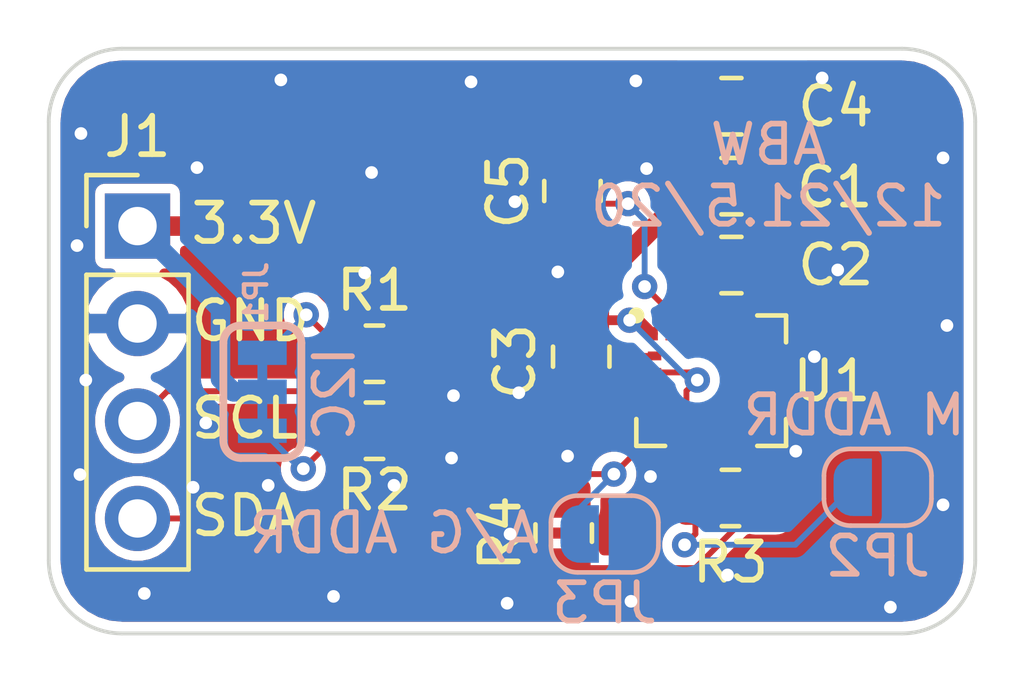
<source format=kicad_pcb>
(kicad_pcb (version 20171130) (host pcbnew "(5.1.8)-1")

  (general
    (thickness 1.6)
    (drawings 16)
    (tracks 140)
    (zones 0)
    (modules 14)
    (nets 16)
  )

  (page A4)
  (layers
    (0 F.Cu signal)
    (31 B.Cu signal)
    (32 B.Adhes user)
    (33 F.Adhes user)
    (34 B.Paste user)
    (35 F.Paste user)
    (36 B.SilkS user)
    (37 F.SilkS user)
    (38 B.Mask user)
    (39 F.Mask user)
    (40 Dwgs.User user)
    (41 Cmts.User user)
    (42 Eco1.User user)
    (43 Eco2.User user)
    (44 Edge.Cuts user)
    (45 Margin user)
    (46 B.CrtYd user)
    (47 F.CrtYd user)
    (48 B.Fab user hide)
    (49 F.Fab user hide)
  )

  (setup
    (last_trace_width 0.1524)
    (user_trace_width 0.1524)
    (user_trace_width 0.1778)
    (user_trace_width 0.254)
    (user_trace_width 0.3048)
    (user_trace_width 0.381)
    (user_trace_width 0.508)
    (user_trace_width 0.635)
    (user_trace_width 0.889)
    (user_trace_width 1.016)
    (user_trace_width 1.27)
    (user_trace_width 1.905)
    (user_trace_width 2.54)
    (trace_clearance 0.2)
    (zone_clearance 0.508)
    (zone_45_only no)
    (trace_min 0.1)
    (via_size 0.8)
    (via_drill 0.4)
    (via_min_size 0.4)
    (via_min_drill 0.3)
    (user_via 0.6096 0.3048)
    (user_via 0.6604 0.3302)
    (user_via 0.889 0.381)
    (user_via 1.397 0.635)
    (uvia_size 0.3)
    (uvia_drill 0.1)
    (uvias_allowed no)
    (uvia_min_size 0.2)
    (uvia_min_drill 0.1)
    (edge_width 0.05)
    (segment_width 0.2)
    (pcb_text_width 0.3)
    (pcb_text_size 1.5 1.5)
    (mod_edge_width 0.12)
    (mod_text_size 1 1)
    (mod_text_width 0.15)
    (pad_size 1.524 1.524)
    (pad_drill 0.762)
    (pad_to_mask_clearance 0.051)
    (solder_mask_min_width 0.25)
    (aux_axis_origin 0 0)
    (visible_elements FFFFFF7F)
    (pcbplotparams
      (layerselection 0x010fc_ffffffff)
      (usegerberextensions false)
      (usegerberattributes true)
      (usegerberadvancedattributes true)
      (creategerberjobfile true)
      (excludeedgelayer true)
      (linewidth 0.100000)
      (plotframeref false)
      (viasonmask false)
      (mode 1)
      (useauxorigin false)
      (hpglpennumber 1)
      (hpglpenspeed 20)
      (hpglpendiameter 15.000000)
      (psnegative false)
      (psa4output false)
      (plotreference true)
      (plotvalue true)
      (plotinvisibletext false)
      (padsonsilk false)
      (subtractmaskfromsilk false)
      (outputformat 1)
      (mirror false)
      (drillshape 1)
      (scaleselection 1)
      (outputdirectory ""))
  )

  (net 0 "")
  (net 1 GND)
  (net 2 +3V3)
  (net 3 "Net-(C4-Pad1)")
  (net 4 "Net-(C5-Pad1)")
  (net 5 "Net-(JP1-Pad3)")
  (net 6 "Net-(JP1-Pad1)")
  (net 7 /SDO_M)
  (net 8 /SDO_A-G)
  (net 9 /SCL)
  (net 10 /SDA)
  (net 11 "Net-(U1-Pad13)")
  (net 12 "Net-(U1-Pad12)")
  (net 13 "Net-(U1-Pad11)")
  (net 14 "Net-(U1-Pad10)")
  (net 15 "Net-(U1-Pad9)")

  (net_class Default "This is the default net class."
    (clearance 0.2)
    (trace_width 0.25)
    (via_dia 0.8)
    (via_drill 0.4)
    (uvia_dia 0.3)
    (uvia_drill 0.1)
    (add_net +3V3)
    (add_net /SCL)
    (add_net /SDA)
    (add_net /SDO_A-G)
    (add_net /SDO_M)
    (add_net GND)
    (add_net "Net-(C4-Pad1)")
    (add_net "Net-(C5-Pad1)")
    (add_net "Net-(JP1-Pad1)")
    (add_net "Net-(JP1-Pad3)")
    (add_net "Net-(U1-Pad10)")
    (add_net "Net-(U1-Pad11)")
    (add_net "Net-(U1-Pad12)")
    (add_net "Net-(U1-Pad13)")
    (add_net "Net-(U1-Pad9)")
  )

  (module Connector_PinHeader_2.54mm:PinHeader_1x04_P2.54mm_Vertical (layer F.Cu) (tedit 59FED5CC) (tstamp 5FE20CCB)
    (at 114.7064 71.9328)
    (descr "Through hole straight pin header, 1x04, 2.54mm pitch, single row")
    (tags "Through hole pin header THT 1x04 2.54mm single row")
    (path /5FE4D349)
    (fp_text reference J1 (at 0 -2.33) (layer F.SilkS)
      (effects (font (size 1 1) (thickness 0.15)))
    )
    (fp_text value Conn_01x04 (at 0 9.95) (layer F.Fab)
      (effects (font (size 1 1) (thickness 0.15)))
    )
    (fp_text user %R (at 0 3.81 90) (layer F.Fab)
      (effects (font (size 1 1) (thickness 0.15)))
    )
    (fp_line (start -0.635 -1.27) (end 1.27 -1.27) (layer F.Fab) (width 0.1))
    (fp_line (start 1.27 -1.27) (end 1.27 8.89) (layer F.Fab) (width 0.1))
    (fp_line (start 1.27 8.89) (end -1.27 8.89) (layer F.Fab) (width 0.1))
    (fp_line (start -1.27 8.89) (end -1.27 -0.635) (layer F.Fab) (width 0.1))
    (fp_line (start -1.27 -0.635) (end -0.635 -1.27) (layer F.Fab) (width 0.1))
    (fp_line (start -1.33 8.95) (end 1.33 8.95) (layer F.SilkS) (width 0.12))
    (fp_line (start -1.33 1.27) (end -1.33 8.95) (layer F.SilkS) (width 0.12))
    (fp_line (start 1.33 1.27) (end 1.33 8.95) (layer F.SilkS) (width 0.12))
    (fp_line (start -1.33 1.27) (end 1.33 1.27) (layer F.SilkS) (width 0.12))
    (fp_line (start -1.33 0) (end -1.33 -1.33) (layer F.SilkS) (width 0.12))
    (fp_line (start -1.33 -1.33) (end 0 -1.33) (layer F.SilkS) (width 0.12))
    (fp_line (start -1.8 -1.8) (end -1.8 9.4) (layer F.CrtYd) (width 0.05))
    (fp_line (start -1.8 9.4) (end 1.8 9.4) (layer F.CrtYd) (width 0.05))
    (fp_line (start 1.8 9.4) (end 1.8 -1.8) (layer F.CrtYd) (width 0.05))
    (fp_line (start 1.8 -1.8) (end -1.8 -1.8) (layer F.CrtYd) (width 0.05))
    (pad 4 thru_hole oval (at 0 7.62) (size 1.7 1.7) (drill 1) (layers *.Cu *.Mask)
      (net 10 /SDA))
    (pad 3 thru_hole oval (at 0 5.08) (size 1.7 1.7) (drill 1) (layers *.Cu *.Mask)
      (net 9 /SCL))
    (pad 2 thru_hole oval (at 0 2.54) (size 1.7 1.7) (drill 1) (layers *.Cu *.Mask)
      (net 1 GND))
    (pad 1 thru_hole rect (at 0 0) (size 1.7 1.7) (drill 1) (layers *.Cu *.Mask)
      (net 2 +3V3))
    (model ${KISYS3DMOD}/Connector_PinHeader_2.54mm.3dshapes/PinHeader_1x04_P2.54mm_Vertical.wrl
      (offset (xyz 0 0 -1.5))
      (scale (xyz 1 1 1))
      (rotate (xyz 0 180 0))
    )
  )

  (module Package_LGA:LGA-24L_3x3.5mm_P0.43mm (layer F.Cu) (tedit 5A02F217) (tstamp 5FE20504)
    (at 129.648 75.962)
    (descr "LGA 24L 3x3.5mm Pitch 0.43mm")
    (tags "LGA 24L 3x3.5mm Pitch 0.43mm")
    (path /5FE1012C)
    (attr smd)
    (fp_text reference U1 (at 3.1432 0.0094) (layer F.SilkS)
      (effects (font (size 1 1) (thickness 0.15)))
    )
    (fp_text value LSM9DS1 (at 0 2.8) (layer F.Fab)
      (effects (font (size 1 1) (thickness 0.15)))
    )
    (fp_text user %R (at 0 -2.7) (layer F.Fab)
      (effects (font (size 1 1) (thickness 0.15)))
    )
    (fp_circle (center -1.95 -1.7) (end -1.89 -1.7) (layer F.SilkS) (width 0.12))
    (fp_circle (center -1.3 -1) (end -1.3 -0.95) (layer F.Fab) (width 0.1))
    (fp_line (start -2.1 1.85) (end -2.1 -1.85) (layer F.CrtYd) (width 0.05))
    (fp_line (start 2.1 1.85) (end -2.1 1.85) (layer F.CrtYd) (width 0.05))
    (fp_line (start 2.1 -1.85) (end 2.1 1.85) (layer F.CrtYd) (width 0.05))
    (fp_line (start -2.1 -1.85) (end 2.1 -1.85) (layer F.CrtYd) (width 0.05))
    (fp_circle (center -1.95 -1.7) (end -1.8 -1.7) (layer F.SilkS) (width 0.12))
    (fp_line (start -1.95 1.7) (end -1.95 1) (layer F.SilkS) (width 0.12))
    (fp_line (start 1.95 1.7) (end 1.2 1.7) (layer F.SilkS) (width 0.12))
    (fp_line (start 1.95 -1.7) (end 1.95 -1) (layer F.SilkS) (width 0.12))
    (fp_line (start 1.2 -1.7) (end 1.95 -1.7) (layer F.SilkS) (width 0.12))
    (fp_circle (center -1.3 -1) (end -1.3 -0.85) (layer F.Fab) (width 0.1))
    (fp_line (start -1.75 1.5) (end -1.75 -1.5) (layer F.Fab) (width 0.1))
    (fp_line (start 1.75 1.5) (end -1.75 1.5) (layer F.Fab) (width 0.1))
    (fp_line (start 1.75 -1.5) (end 1.75 1.5) (layer F.Fab) (width 0.1))
    (fp_line (start -1.75 -1.5) (end 1.75 -1.5) (layer F.Fab) (width 0.1))
    (fp_line (start 1.95 1) (end 1.95 1.7) (layer F.SilkS) (width 0.12))
    (fp_line (start -1.2 1.7) (end -1.95 1.7) (layer F.SilkS) (width 0.12))
    (pad 13 smd rect (at 1.505 1.225) (size 0.23 0.35) (layers F.Cu F.Paste F.Mask)
      (net 11 "Net-(U1-Pad13)"))
    (pad 12 smd rect (at 1.075 1.225) (size 0.23 0.35) (layers F.Cu F.Paste F.Mask)
      (net 12 "Net-(U1-Pad12)"))
    (pad 11 smd rect (at 0.645 1.225) (size 0.23 0.35) (layers F.Cu F.Paste F.Mask)
      (net 13 "Net-(U1-Pad11)"))
    (pad 10 smd rect (at 0.215 1.225) (size 0.23 0.35) (layers F.Cu F.Paste F.Mask)
      (net 14 "Net-(U1-Pad10)"))
    (pad 9 smd rect (at -0.215 1.225) (size 0.23 0.35) (layers F.Cu F.Paste F.Mask)
      (net 15 "Net-(U1-Pad9)"))
    (pad 8 smd rect (at -0.645 1.225) (size 0.23 0.35) (layers F.Cu F.Paste F.Mask)
      (net 2 +3V3))
    (pad 7 smd rect (at -1.075 1.225) (size 0.23 0.35) (layers F.Cu F.Paste F.Mask)
      (net 2 +3V3))
    (pad 6 smd rect (at -1.505 1.225) (size 0.23 0.35) (layers F.Cu F.Paste F.Mask)
      (net 7 /SDO_M))
    (pad 18 smd rect (at 1.505 -1.225) (size 0.23 0.35) (layers F.Cu F.Paste F.Mask)
      (net 1 GND))
    (pad 19 smd rect (at 1.075 -1.225) (size 0.23 0.35) (layers F.Cu F.Paste F.Mask)
      (net 1 GND))
    (pad 20 smd rect (at 0.645 -1.225) (size 0.23 0.35) (layers F.Cu F.Paste F.Mask)
      (net 1 GND))
    (pad 21 smd rect (at 0.215 -1.225) (size 0.23 0.35) (layers F.Cu F.Paste F.Mask)
      (net 3 "Net-(C4-Pad1)"))
    (pad 22 smd rect (at -0.215 -1.225) (size 0.23 0.35) (layers F.Cu F.Paste F.Mask)
      (net 2 +3V3))
    (pad 23 smd rect (at -0.645 -1.225) (size 0.23 0.35) (layers F.Cu F.Paste F.Mask)
      (net 2 +3V3))
    (pad 24 smd rect (at -1.075 -1.225) (size 0.23 0.35) (layers F.Cu F.Paste F.Mask)
      (net 4 "Net-(C5-Pad1)"))
    (pad 14 smd rect (at 1.475 0.645) (size 0.35 0.23) (layers F.Cu F.Paste F.Mask)
      (net 1 GND))
    (pad 5 smd rect (at -1.475 0.645) (size 0.35 0.23) (layers F.Cu F.Paste F.Mask)
      (net 8 /SDO_A-G))
    (pad 15 smd rect (at 1.475 0.215) (size 0.35 0.23) (layers F.Cu F.Paste F.Mask)
      (net 1 GND))
    (pad 4 smd rect (at -1.475 0.215) (size 0.35 0.23) (layers F.Cu F.Paste F.Mask)
      (net 10 /SDA))
    (pad 16 smd rect (at 1.475 -0.215) (size 0.35 0.23) (layers F.Cu F.Paste F.Mask)
      (net 1 GND))
    (pad 3 smd rect (at -1.475 -0.215) (size 0.35 0.23) (layers F.Cu F.Paste F.Mask)
      (net 2 +3V3))
    (pad 17 smd rect (at 1.475 -0.645) (size 0.35 0.23) (layers F.Cu F.Paste F.Mask)
      (net 1 GND))
    (pad 2 smd rect (at -1.475 -0.645) (size 0.35 0.23) (layers F.Cu F.Paste F.Mask)
      (net 9 /SCL))
    (pad 1 smd rect (at -1.505 -1.225) (size 0.23 0.35) (layers F.Cu F.Paste F.Mask)
      (net 2 +3V3))
    (model ${KISYS3DMOD}/Package_LGA.3dshapes/LGA-24L_3x3.5mm_P0.43mm.wrl
      (at (xyz 0 0 0))
      (scale (xyz 1 1 1))
      (rotate (xyz 0 0 0))
    )
  )

  (module Resistor_SMD:R_0805_2012Metric (layer F.Cu) (tedit 5F68FEEE) (tstamp 5FE204D5)
    (at 125.8062 79.9338 90)
    (descr "Resistor SMD 0805 (2012 Metric), square (rectangular) end terminal, IPC_7351 nominal, (Body size source: IPC-SM-782 page 72, https://www.pcb-3d.com/wordpress/wp-content/uploads/ipc-sm-782a_amendment_1_and_2.pdf), generated with kicad-footprint-generator")
    (tags resistor)
    (path /5FE3447C)
    (attr smd)
    (fp_text reference R4 (at 0 -1.65 90) (layer F.SilkS)
      (effects (font (size 1 1) (thickness 0.15)))
    )
    (fp_text value 10k (at 0 1.65 90) (layer F.Fab)
      (effects (font (size 1 1) (thickness 0.15)))
    )
    (fp_text user %R (at 0 0 90) (layer F.Fab)
      (effects (font (size 0.5 0.5) (thickness 0.08)))
    )
    (fp_line (start -1 0.625) (end -1 -0.625) (layer F.Fab) (width 0.1))
    (fp_line (start -1 -0.625) (end 1 -0.625) (layer F.Fab) (width 0.1))
    (fp_line (start 1 -0.625) (end 1 0.625) (layer F.Fab) (width 0.1))
    (fp_line (start 1 0.625) (end -1 0.625) (layer F.Fab) (width 0.1))
    (fp_line (start -0.227064 -0.735) (end 0.227064 -0.735) (layer F.SilkS) (width 0.12))
    (fp_line (start -0.227064 0.735) (end 0.227064 0.735) (layer F.SilkS) (width 0.12))
    (fp_line (start -1.68 0.95) (end -1.68 -0.95) (layer F.CrtYd) (width 0.05))
    (fp_line (start -1.68 -0.95) (end 1.68 -0.95) (layer F.CrtYd) (width 0.05))
    (fp_line (start 1.68 -0.95) (end 1.68 0.95) (layer F.CrtYd) (width 0.05))
    (fp_line (start 1.68 0.95) (end -1.68 0.95) (layer F.CrtYd) (width 0.05))
    (pad 2 smd roundrect (at 0.9125 0 90) (size 1.025 1.4) (layers F.Cu F.Paste F.Mask) (roundrect_rratio 0.243902)
      (net 8 /SDO_A-G))
    (pad 1 smd roundrect (at -0.9125 0 90) (size 1.025 1.4) (layers F.Cu F.Paste F.Mask) (roundrect_rratio 0.243902)
      (net 2 +3V3))
    (model ${KISYS3DMOD}/Resistor_SMD.3dshapes/R_0805_2012Metric.wrl
      (at (xyz 0 0 0))
      (scale (xyz 1 1 1))
      (rotate (xyz 0 0 0))
    )
  )

  (module Resistor_SMD:R_0805_2012Metric (layer F.Cu) (tedit 5F68FEEE) (tstamp 5FE204C4)
    (at 130.1496 79.0194 180)
    (descr "Resistor SMD 0805 (2012 Metric), square (rectangular) end terminal, IPC_7351 nominal, (Body size source: IPC-SM-782 page 72, https://www.pcb-3d.com/wordpress/wp-content/uploads/ipc-sm-782a_amendment_1_and_2.pdf), generated with kicad-footprint-generator")
    (tags resistor)
    (path /5FE2F00A)
    (attr smd)
    (fp_text reference R3 (at 0 -1.6764) (layer F.SilkS)
      (effects (font (size 1 1) (thickness 0.15)))
    )
    (fp_text value 10k (at 0 1.65) (layer F.Fab)
      (effects (font (size 1 1) (thickness 0.15)))
    )
    (fp_text user %R (at 0 0) (layer F.Fab)
      (effects (font (size 0.5 0.5) (thickness 0.08)))
    )
    (fp_line (start -1 0.625) (end -1 -0.625) (layer F.Fab) (width 0.1))
    (fp_line (start -1 -0.625) (end 1 -0.625) (layer F.Fab) (width 0.1))
    (fp_line (start 1 -0.625) (end 1 0.625) (layer F.Fab) (width 0.1))
    (fp_line (start 1 0.625) (end -1 0.625) (layer F.Fab) (width 0.1))
    (fp_line (start -0.227064 -0.735) (end 0.227064 -0.735) (layer F.SilkS) (width 0.12))
    (fp_line (start -0.227064 0.735) (end 0.227064 0.735) (layer F.SilkS) (width 0.12))
    (fp_line (start -1.68 0.95) (end -1.68 -0.95) (layer F.CrtYd) (width 0.05))
    (fp_line (start -1.68 -0.95) (end 1.68 -0.95) (layer F.CrtYd) (width 0.05))
    (fp_line (start 1.68 -0.95) (end 1.68 0.95) (layer F.CrtYd) (width 0.05))
    (fp_line (start 1.68 0.95) (end -1.68 0.95) (layer F.CrtYd) (width 0.05))
    (pad 2 smd roundrect (at 0.9125 0 180) (size 1.025 1.4) (layers F.Cu F.Paste F.Mask) (roundrect_rratio 0.243902)
      (net 7 /SDO_M))
    (pad 1 smd roundrect (at -0.9125 0 180) (size 1.025 1.4) (layers F.Cu F.Paste F.Mask) (roundrect_rratio 0.243902)
      (net 2 +3V3))
    (model ${KISYS3DMOD}/Resistor_SMD.3dshapes/R_0805_2012Metric.wrl
      (at (xyz 0 0 0))
      (scale (xyz 1 1 1))
      (rotate (xyz 0 0 0))
    )
  )

  (module Resistor_SMD:R_0805_2012Metric (layer F.Cu) (tedit 5F68FEEE) (tstamp 5FE204B3)
    (at 120.8786 77.2668)
    (descr "Resistor SMD 0805 (2012 Metric), square (rectangular) end terminal, IPC_7351 nominal, (Body size source: IPC-SM-782 page 72, https://www.pcb-3d.com/wordpress/wp-content/uploads/ipc-sm-782a_amendment_1_and_2.pdf), generated with kicad-footprint-generator")
    (tags resistor)
    (path /5FE2984D)
    (attr smd)
    (fp_text reference R2 (at 0 1.5494) (layer F.SilkS)
      (effects (font (size 1 1) (thickness 0.15)))
    )
    (fp_text value 2.2k (at 0 1.65) (layer F.Fab)
      (effects (font (size 1 1) (thickness 0.15)))
    )
    (fp_text user %R (at 0 0) (layer F.Fab)
      (effects (font (size 0.5 0.5) (thickness 0.08)))
    )
    (fp_line (start -1 0.625) (end -1 -0.625) (layer F.Fab) (width 0.1))
    (fp_line (start -1 -0.625) (end 1 -0.625) (layer F.Fab) (width 0.1))
    (fp_line (start 1 -0.625) (end 1 0.625) (layer F.Fab) (width 0.1))
    (fp_line (start 1 0.625) (end -1 0.625) (layer F.Fab) (width 0.1))
    (fp_line (start -0.227064 -0.735) (end 0.227064 -0.735) (layer F.SilkS) (width 0.12))
    (fp_line (start -0.227064 0.735) (end 0.227064 0.735) (layer F.SilkS) (width 0.12))
    (fp_line (start -1.68 0.95) (end -1.68 -0.95) (layer F.CrtYd) (width 0.05))
    (fp_line (start -1.68 -0.95) (end 1.68 -0.95) (layer F.CrtYd) (width 0.05))
    (fp_line (start 1.68 -0.95) (end 1.68 0.95) (layer F.CrtYd) (width 0.05))
    (fp_line (start 1.68 0.95) (end -1.68 0.95) (layer F.CrtYd) (width 0.05))
    (pad 2 smd roundrect (at 0.9125 0) (size 1.025 1.4) (layers F.Cu F.Paste F.Mask) (roundrect_rratio 0.243902)
      (net 10 /SDA))
    (pad 1 smd roundrect (at -0.9125 0) (size 1.025 1.4) (layers F.Cu F.Paste F.Mask) (roundrect_rratio 0.243902)
      (net 6 "Net-(JP1-Pad1)"))
    (model ${KISYS3DMOD}/Resistor_SMD.3dshapes/R_0805_2012Metric.wrl
      (at (xyz 0 0 0))
      (scale (xyz 1 1 1))
      (rotate (xyz 0 0 0))
    )
  )

  (module Resistor_SMD:R_0805_2012Metric (layer F.Cu) (tedit 5F68FEEE) (tstamp 5FE204A2)
    (at 120.8786 75.2602)
    (descr "Resistor SMD 0805 (2012 Metric), square (rectangular) end terminal, IPC_7351 nominal, (Body size source: IPC-SM-782 page 72, https://www.pcb-3d.com/wordpress/wp-content/uploads/ipc-sm-782a_amendment_1_and_2.pdf), generated with kicad-footprint-generator")
    (tags resistor)
    (path /5FE2938C)
    (attr smd)
    (fp_text reference R1 (at 0 -1.65) (layer F.SilkS)
      (effects (font (size 1 1) (thickness 0.15)))
    )
    (fp_text value 2.2k (at 0 1.65) (layer F.Fab)
      (effects (font (size 1 1) (thickness 0.15)))
    )
    (fp_text user %R (at 0 0) (layer F.Fab)
      (effects (font (size 0.5 0.5) (thickness 0.08)))
    )
    (fp_line (start -1 0.625) (end -1 -0.625) (layer F.Fab) (width 0.1))
    (fp_line (start -1 -0.625) (end 1 -0.625) (layer F.Fab) (width 0.1))
    (fp_line (start 1 -0.625) (end 1 0.625) (layer F.Fab) (width 0.1))
    (fp_line (start 1 0.625) (end -1 0.625) (layer F.Fab) (width 0.1))
    (fp_line (start -0.227064 -0.735) (end 0.227064 -0.735) (layer F.SilkS) (width 0.12))
    (fp_line (start -0.227064 0.735) (end 0.227064 0.735) (layer F.SilkS) (width 0.12))
    (fp_line (start -1.68 0.95) (end -1.68 -0.95) (layer F.CrtYd) (width 0.05))
    (fp_line (start -1.68 -0.95) (end 1.68 -0.95) (layer F.CrtYd) (width 0.05))
    (fp_line (start 1.68 -0.95) (end 1.68 0.95) (layer F.CrtYd) (width 0.05))
    (fp_line (start 1.68 0.95) (end -1.68 0.95) (layer F.CrtYd) (width 0.05))
    (pad 2 smd roundrect (at 0.9125 0) (size 1.025 1.4) (layers F.Cu F.Paste F.Mask) (roundrect_rratio 0.243902)
      (net 9 /SCL))
    (pad 1 smd roundrect (at -0.9125 0) (size 1.025 1.4) (layers F.Cu F.Paste F.Mask) (roundrect_rratio 0.243902)
      (net 5 "Net-(JP1-Pad3)"))
    (model ${KISYS3DMOD}/Resistor_SMD.3dshapes/R_0805_2012Metric.wrl
      (at (xyz 0 0 0))
      (scale (xyz 1 1 1))
      (rotate (xyz 0 0 0))
    )
  )

  (module Jumper:SolderJumper-2_P1.3mm_Open_RoundedPad1.0x1.5mm (layer B.Cu) (tedit 5B391E66) (tstamp 5FE20491)
    (at 126.873 79.9592)
    (descr "SMD Solder Jumper, 1x1.5mm, rounded Pads, 0.3mm gap, open")
    (tags "solder jumper open")
    (path /5FE11C99)
    (attr virtual)
    (fp_text reference JP3 (at 0 1.8) (layer B.SilkS)
      (effects (font (size 1 1) (thickness 0.15)) (justify mirror))
    )
    (fp_text value "AG ADDR" (at 0 -1.9) (layer B.Fab)
      (effects (font (size 1 1) (thickness 0.15)) (justify mirror))
    )
    (fp_arc (start -0.7 0.3) (end -0.7 1) (angle 90) (layer B.SilkS) (width 0.12))
    (fp_arc (start -0.7 -0.3) (end -1.4 -0.3) (angle 90) (layer B.SilkS) (width 0.12))
    (fp_arc (start 0.7 -0.3) (end 0.7 -1) (angle 90) (layer B.SilkS) (width 0.12))
    (fp_arc (start 0.7 0.3) (end 1.4 0.3) (angle 90) (layer B.SilkS) (width 0.12))
    (fp_line (start -1.4 -0.3) (end -1.4 0.3) (layer B.SilkS) (width 0.12))
    (fp_line (start 0.7 -1) (end -0.7 -1) (layer B.SilkS) (width 0.12))
    (fp_line (start 1.4 0.3) (end 1.4 -0.3) (layer B.SilkS) (width 0.12))
    (fp_line (start -0.7 1) (end 0.7 1) (layer B.SilkS) (width 0.12))
    (fp_line (start -1.65 1.25) (end 1.65 1.25) (layer B.CrtYd) (width 0.05))
    (fp_line (start -1.65 1.25) (end -1.65 -1.25) (layer B.CrtYd) (width 0.05))
    (fp_line (start 1.65 -1.25) (end 1.65 1.25) (layer B.CrtYd) (width 0.05))
    (fp_line (start 1.65 -1.25) (end -1.65 -1.25) (layer B.CrtYd) (width 0.05))
    (pad 2 smd custom (at 0.65 0) (size 1 0.5) (layers B.Cu B.Mask)
      (net 1 GND) (zone_connect 2)
      (options (clearance outline) (anchor rect))
      (primitives
        (gr_circle (center 0 -0.25) (end 0.5 -0.25) (width 0))
        (gr_circle (center 0 0.25) (end 0.5 0.25) (width 0))
        (gr_poly (pts
           (xy 0 0.75) (xy -0.5 0.75) (xy -0.5 -0.75) (xy 0 -0.75)) (width 0))
      ))
    (pad 1 smd custom (at -0.65 0) (size 1 0.5) (layers B.Cu B.Mask)
      (net 8 /SDO_A-G) (zone_connect 2)
      (options (clearance outline) (anchor rect))
      (primitives
        (gr_circle (center 0 -0.25) (end 0.5 -0.25) (width 0))
        (gr_circle (center 0 0.25) (end 0.5 0.25) (width 0))
        (gr_poly (pts
           (xy 0 0.75) (xy 0.5 0.75) (xy 0.5 -0.75) (xy 0 -0.75)) (width 0))
      ))
  )

  (module Jumper:SolderJumper-2_P1.3mm_Open_RoundedPad1.0x1.5mm (layer B.Cu) (tedit 5B391E66) (tstamp 5FE2047F)
    (at 133.985 78.74)
    (descr "SMD Solder Jumper, 1x1.5mm, rounded Pads, 0.3mm gap, open")
    (tags "solder jumper open")
    (path /5FE122C6)
    (attr virtual)
    (fp_text reference JP2 (at 0 1.8) (layer B.SilkS)
      (effects (font (size 1 1) (thickness 0.15)) (justify mirror))
    )
    (fp_text value "M ADDR" (at 0 -1.9) (layer B.Fab)
      (effects (font (size 1 1) (thickness 0.15)) (justify mirror))
    )
    (fp_arc (start -0.7 0.3) (end -0.7 1) (angle 90) (layer B.SilkS) (width 0.12))
    (fp_arc (start -0.7 -0.3) (end -1.4 -0.3) (angle 90) (layer B.SilkS) (width 0.12))
    (fp_arc (start 0.7 -0.3) (end 0.7 -1) (angle 90) (layer B.SilkS) (width 0.12))
    (fp_arc (start 0.7 0.3) (end 1.4 0.3) (angle 90) (layer B.SilkS) (width 0.12))
    (fp_line (start -1.4 -0.3) (end -1.4 0.3) (layer B.SilkS) (width 0.12))
    (fp_line (start 0.7 -1) (end -0.7 -1) (layer B.SilkS) (width 0.12))
    (fp_line (start 1.4 0.3) (end 1.4 -0.3) (layer B.SilkS) (width 0.12))
    (fp_line (start -0.7 1) (end 0.7 1) (layer B.SilkS) (width 0.12))
    (fp_line (start -1.65 1.25) (end 1.65 1.25) (layer B.CrtYd) (width 0.05))
    (fp_line (start -1.65 1.25) (end -1.65 -1.25) (layer B.CrtYd) (width 0.05))
    (fp_line (start 1.65 -1.25) (end 1.65 1.25) (layer B.CrtYd) (width 0.05))
    (fp_line (start 1.65 -1.25) (end -1.65 -1.25) (layer B.CrtYd) (width 0.05))
    (pad 2 smd custom (at 0.65 0) (size 1 0.5) (layers B.Cu B.Mask)
      (net 1 GND) (zone_connect 2)
      (options (clearance outline) (anchor rect))
      (primitives
        (gr_circle (center 0 -0.25) (end 0.5 -0.25) (width 0))
        (gr_circle (center 0 0.25) (end 0.5 0.25) (width 0))
        (gr_poly (pts
           (xy 0 0.75) (xy -0.5 0.75) (xy -0.5 -0.75) (xy 0 -0.75)) (width 0))
      ))
    (pad 1 smd custom (at -0.65 0) (size 1 0.5) (layers B.Cu B.Mask)
      (net 7 /SDO_M) (zone_connect 2)
      (options (clearance outline) (anchor rect))
      (primitives
        (gr_circle (center 0 -0.25) (end 0.5 -0.25) (width 0))
        (gr_circle (center 0 0.25) (end 0.5 0.25) (width 0))
        (gr_poly (pts
           (xy 0 0.75) (xy 0.5 0.75) (xy 0.5 -0.75) (xy 0 -0.75)) (width 0))
      ))
  )

  (module Jumper:SMT-JUMPER_3_2-NC_TRACE_SILK (layer B.Cu) (tedit 0) (tstamp 5FE2046D)
    (at 117.9576 76.2508 90)
    (path /5FE11205)
    (fp_text reference JP1 (at 2.5908 0.1778 270) (layer B.SilkS)
      (effects (font (size 0.57912 0.57912) (thickness 0.115824)) (justify bottom mirror))
    )
    (fp_text value I2C (at 0 -1.143 270) (layer B.Fab)
      (effects (font (size 0.57912 0.57912) (thickness 0.115824)) (justify top mirror))
    )
    (fp_arc (start 1.27 -0.5588) (end 1.27 -1.016) (angle 90) (layer B.SilkS) (width 0.2032))
    (fp_arc (start -1.27 -0.5588) (end -1.7272 -0.5588) (angle 90) (layer B.SilkS) (width 0.2032))
    (fp_arc (start -1.27 0.5588) (end -1.7272 0.5588) (angle -90) (layer B.SilkS) (width 0.2032))
    (fp_arc (start 1.27 0.5588) (end 1.27 1.016) (angle -90) (layer B.SilkS) (width 0.2032))
    (fp_line (start 1.27 -1.016) (end -1.27 -1.016) (layer B.SilkS) (width 0.2032))
    (fp_line (start 1.7272 -0.5588) (end 1.7272 0.5588) (layer B.SilkS) (width 0.2032))
    (fp_line (start -1.7272 -0.5588) (end -1.7272 0.5588) (layer B.SilkS) (width 0.2032))
    (fp_line (start -1.27 1.016) (end 1.27 1.016) (layer B.SilkS) (width 0.2032))
    (fp_poly (pts (xy -0.6985 0.127) (xy 0.6985 0.127) (xy 0.6985 -0.127) (xy -0.6985 -0.127)) (layer B.Mask) (width 0))
    (fp_poly (pts (xy 0.3048 -0.127) (xy 0.7112 -0.127) (xy 0.7112 0.127) (xy 0.3048 0.127)) (layer B.Cu) (width 0))
    (fp_poly (pts (xy -0.7112 -0.127) (xy -0.3048 -0.127) (xy -0.3048 0.127) (xy -0.7112 0.127)) (layer B.Cu) (width 0))
    (pad 3 smd rect (at 1.016 0 90) (size 0.635 1.27) (layers B.Cu B.Mask)
      (net 5 "Net-(JP1-Pad3)") (solder_mask_margin 0.1016))
    (pad 2 smd rect (at 0 0 90) (size 0.635 1.27) (layers B.Cu B.Mask)
      (net 2 +3V3) (solder_mask_margin 0.1016))
    (pad 1 smd rect (at -1.016 0 90) (size 0.635 1.27) (layers B.Cu B.Mask)
      (net 6 "Net-(JP1-Pad1)") (solder_mask_margin 0.1016))
  )

  (module Capacitor_SMD:C_0805_2012Metric (layer F.Cu) (tedit 5F68FEEE) (tstamp 5FE2045B)
    (at 126.0348 71.0184 90)
    (descr "Capacitor SMD 0805 (2012 Metric), square (rectangular) end terminal, IPC_7351 nominal, (Body size source: IPC-SM-782 page 76, https://www.pcb-3d.com/wordpress/wp-content/uploads/ipc-sm-782a_amendment_1_and_2.pdf, https://docs.google.com/spreadsheets/d/1BsfQQcO9C6DZCsRaXUlFlo91Tg2WpOkGARC1WS5S8t0/edit?usp=sharing), generated with kicad-footprint-generator")
    (tags capacitor)
    (path /5FE20A5C)
    (attr smd)
    (fp_text reference C5 (at 0 -1.68 90) (layer F.SilkS)
      (effects (font (size 1 1) (thickness 0.15)))
    )
    (fp_text value 0.1uF (at 0 1.68 90) (layer F.Fab)
      (effects (font (size 1 1) (thickness 0.15)))
    )
    (fp_text user %R (at 0 0 90) (layer F.Fab)
      (effects (font (size 0.5 0.5) (thickness 0.08)))
    )
    (fp_line (start -1 0.625) (end -1 -0.625) (layer F.Fab) (width 0.1))
    (fp_line (start -1 -0.625) (end 1 -0.625) (layer F.Fab) (width 0.1))
    (fp_line (start 1 -0.625) (end 1 0.625) (layer F.Fab) (width 0.1))
    (fp_line (start 1 0.625) (end -1 0.625) (layer F.Fab) (width 0.1))
    (fp_line (start -0.261252 -0.735) (end 0.261252 -0.735) (layer F.SilkS) (width 0.12))
    (fp_line (start -0.261252 0.735) (end 0.261252 0.735) (layer F.SilkS) (width 0.12))
    (fp_line (start -1.7 0.98) (end -1.7 -0.98) (layer F.CrtYd) (width 0.05))
    (fp_line (start -1.7 -0.98) (end 1.7 -0.98) (layer F.CrtYd) (width 0.05))
    (fp_line (start 1.7 -0.98) (end 1.7 0.98) (layer F.CrtYd) (width 0.05))
    (fp_line (start 1.7 0.98) (end -1.7 0.98) (layer F.CrtYd) (width 0.05))
    (pad 2 smd roundrect (at 0.95 0 90) (size 1 1.45) (layers F.Cu F.Paste F.Mask) (roundrect_rratio 0.25)
      (net 1 GND))
    (pad 1 smd roundrect (at -0.95 0 90) (size 1 1.45) (layers F.Cu F.Paste F.Mask) (roundrect_rratio 0.25)
      (net 4 "Net-(C5-Pad1)"))
    (model ${KISYS3DMOD}/Capacitor_SMD.3dshapes/C_0805_2012Metric.wrl
      (at (xyz 0 0 0))
      (scale (xyz 1 1 1))
      (rotate (xyz 0 0 0))
    )
  )

  (module Capacitor_SMD:C_0805_2012Metric (layer F.Cu) (tedit 5F68FEEE) (tstamp 5FE2044A)
    (at 130.175 68.8086)
    (descr "Capacitor SMD 0805 (2012 Metric), square (rectangular) end terminal, IPC_7351 nominal, (Body size source: IPC-SM-782 page 76, https://www.pcb-3d.com/wordpress/wp-content/uploads/ipc-sm-782a_amendment_1_and_2.pdf, https://docs.google.com/spreadsheets/d/1BsfQQcO9C6DZCsRaXUlFlo91Tg2WpOkGARC1WS5S8t0/edit?usp=sharing), generated with kicad-footprint-generator")
    (tags capacitor)
    (path /5FE2022B)
    (attr smd)
    (fp_text reference C4 (at 2.7178 0) (layer F.SilkS)
      (effects (font (size 1 1) (thickness 0.15)))
    )
    (fp_text value 10nF (at 0 1.68) (layer F.Fab)
      (effects (font (size 1 1) (thickness 0.15)))
    )
    (fp_text user %R (at 0 0) (layer F.Fab)
      (effects (font (size 0.5 0.5) (thickness 0.08)))
    )
    (fp_line (start -1 0.625) (end -1 -0.625) (layer F.Fab) (width 0.1))
    (fp_line (start -1 -0.625) (end 1 -0.625) (layer F.Fab) (width 0.1))
    (fp_line (start 1 -0.625) (end 1 0.625) (layer F.Fab) (width 0.1))
    (fp_line (start 1 0.625) (end -1 0.625) (layer F.Fab) (width 0.1))
    (fp_line (start -0.261252 -0.735) (end 0.261252 -0.735) (layer F.SilkS) (width 0.12))
    (fp_line (start -0.261252 0.735) (end 0.261252 0.735) (layer F.SilkS) (width 0.12))
    (fp_line (start -1.7 0.98) (end -1.7 -0.98) (layer F.CrtYd) (width 0.05))
    (fp_line (start -1.7 -0.98) (end 1.7 -0.98) (layer F.CrtYd) (width 0.05))
    (fp_line (start 1.7 -0.98) (end 1.7 0.98) (layer F.CrtYd) (width 0.05))
    (fp_line (start 1.7 0.98) (end -1.7 0.98) (layer F.CrtYd) (width 0.05))
    (pad 2 smd roundrect (at 0.95 0) (size 1 1.45) (layers F.Cu F.Paste F.Mask) (roundrect_rratio 0.25)
      (net 1 GND))
    (pad 1 smd roundrect (at -0.95 0) (size 1 1.45) (layers F.Cu F.Paste F.Mask) (roundrect_rratio 0.25)
      (net 3 "Net-(C4-Pad1)"))
    (model ${KISYS3DMOD}/Capacitor_SMD.3dshapes/C_0805_2012Metric.wrl
      (at (xyz 0 0 0))
      (scale (xyz 1 1 1))
      (rotate (xyz 0 0 0))
    )
  )

  (module Capacitor_SMD:C_0805_2012Metric (layer F.Cu) (tedit 5F68FEEE) (tstamp 5FE20439)
    (at 126.2634 75.3364 270)
    (descr "Capacitor SMD 0805 (2012 Metric), square (rectangular) end terminal, IPC_7351 nominal, (Body size source: IPC-SM-782 page 76, https://www.pcb-3d.com/wordpress/wp-content/uploads/ipc-sm-782a_amendment_1_and_2.pdf, https://docs.google.com/spreadsheets/d/1BsfQQcO9C6DZCsRaXUlFlo91Tg2WpOkGARC1WS5S8t0/edit?usp=sharing), generated with kicad-footprint-generator")
    (tags capacitor)
    (path /5FE13CF5)
    (attr smd)
    (fp_text reference C3 (at 0.127 1.7272 90) (layer F.SilkS)
      (effects (font (size 1 1) (thickness 0.15)))
    )
    (fp_text value 0.1uF (at 0 1.68 90) (layer F.Fab)
      (effects (font (size 1 1) (thickness 0.15)))
    )
    (fp_text user %R (at 0 0 90) (layer F.Fab)
      (effects (font (size 0.5 0.5) (thickness 0.08)))
    )
    (fp_line (start -1 0.625) (end -1 -0.625) (layer F.Fab) (width 0.1))
    (fp_line (start -1 -0.625) (end 1 -0.625) (layer F.Fab) (width 0.1))
    (fp_line (start 1 -0.625) (end 1 0.625) (layer F.Fab) (width 0.1))
    (fp_line (start 1 0.625) (end -1 0.625) (layer F.Fab) (width 0.1))
    (fp_line (start -0.261252 -0.735) (end 0.261252 -0.735) (layer F.SilkS) (width 0.12))
    (fp_line (start -0.261252 0.735) (end 0.261252 0.735) (layer F.SilkS) (width 0.12))
    (fp_line (start -1.7 0.98) (end -1.7 -0.98) (layer F.CrtYd) (width 0.05))
    (fp_line (start -1.7 -0.98) (end 1.7 -0.98) (layer F.CrtYd) (width 0.05))
    (fp_line (start 1.7 -0.98) (end 1.7 0.98) (layer F.CrtYd) (width 0.05))
    (fp_line (start 1.7 0.98) (end -1.7 0.98) (layer F.CrtYd) (width 0.05))
    (pad 2 smd roundrect (at 0.95 0 270) (size 1 1.45) (layers F.Cu F.Paste F.Mask) (roundrect_rratio 0.25)
      (net 1 GND))
    (pad 1 smd roundrect (at -0.95 0 270) (size 1 1.45) (layers F.Cu F.Paste F.Mask) (roundrect_rratio 0.25)
      (net 2 +3V3))
    (model ${KISYS3DMOD}/Capacitor_SMD.3dshapes/C_0805_2012Metric.wrl
      (at (xyz 0 0 0))
      (scale (xyz 1 1 1))
      (rotate (xyz 0 0 0))
    )
  )

  (module Capacitor_SMD:C_0805_2012Metric (layer F.Cu) (tedit 5F68FEEE) (tstamp 5FE20428)
    (at 130.175 72.9488)
    (descr "Capacitor SMD 0805 (2012 Metric), square (rectangular) end terminal, IPC_7351 nominal, (Body size source: IPC-SM-782 page 76, https://www.pcb-3d.com/wordpress/wp-content/uploads/ipc-sm-782a_amendment_1_and_2.pdf, https://docs.google.com/spreadsheets/d/1BsfQQcO9C6DZCsRaXUlFlo91Tg2WpOkGARC1WS5S8t0/edit?usp=sharing), generated with kicad-footprint-generator")
    (tags capacitor)
    (path /5FE178E0)
    (attr smd)
    (fp_text reference C2 (at 2.7178 0) (layer F.SilkS)
      (effects (font (size 1 1) (thickness 0.15)))
    )
    (fp_text value 0.1uF (at 0 1.68) (layer F.Fab)
      (effects (font (size 1 1) (thickness 0.15)))
    )
    (fp_text user %R (at 0 0) (layer F.Fab)
      (effects (font (size 0.5 0.5) (thickness 0.08)))
    )
    (fp_line (start -1 0.625) (end -1 -0.625) (layer F.Fab) (width 0.1))
    (fp_line (start -1 -0.625) (end 1 -0.625) (layer F.Fab) (width 0.1))
    (fp_line (start 1 -0.625) (end 1 0.625) (layer F.Fab) (width 0.1))
    (fp_line (start 1 0.625) (end -1 0.625) (layer F.Fab) (width 0.1))
    (fp_line (start -0.261252 -0.735) (end 0.261252 -0.735) (layer F.SilkS) (width 0.12))
    (fp_line (start -0.261252 0.735) (end 0.261252 0.735) (layer F.SilkS) (width 0.12))
    (fp_line (start -1.7 0.98) (end -1.7 -0.98) (layer F.CrtYd) (width 0.05))
    (fp_line (start -1.7 -0.98) (end 1.7 -0.98) (layer F.CrtYd) (width 0.05))
    (fp_line (start 1.7 -0.98) (end 1.7 0.98) (layer F.CrtYd) (width 0.05))
    (fp_line (start 1.7 0.98) (end -1.7 0.98) (layer F.CrtYd) (width 0.05))
    (pad 2 smd roundrect (at 0.95 0) (size 1 1.45) (layers F.Cu F.Paste F.Mask) (roundrect_rratio 0.25)
      (net 1 GND))
    (pad 1 smd roundrect (at -0.95 0) (size 1 1.45) (layers F.Cu F.Paste F.Mask) (roundrect_rratio 0.25)
      (net 2 +3V3))
    (model ${KISYS3DMOD}/Capacitor_SMD.3dshapes/C_0805_2012Metric.wrl
      (at (xyz 0 0 0))
      (scale (xyz 1 1 1))
      (rotate (xyz 0 0 0))
    )
  )

  (module Capacitor_SMD:C_0805_2012Metric (layer F.Cu) (tedit 5F68FEEE) (tstamp 5FE20417)
    (at 130.175 70.8914)
    (descr "Capacitor SMD 0805 (2012 Metric), square (rectangular) end terminal, IPC_7351 nominal, (Body size source: IPC-SM-782 page 76, https://www.pcb-3d.com/wordpress/wp-content/uploads/ipc-sm-782a_amendment_1_and_2.pdf, https://docs.google.com/spreadsheets/d/1BsfQQcO9C6DZCsRaXUlFlo91Tg2WpOkGARC1WS5S8t0/edit?usp=sharing), generated with kicad-footprint-generator")
    (tags capacitor)
    (path /5FE16AC9)
    (attr smd)
    (fp_text reference C1 (at 2.6924 0.0254) (layer F.SilkS)
      (effects (font (size 1 1) (thickness 0.15)))
    )
    (fp_text value 10uF (at 0 1.68) (layer F.Fab)
      (effects (font (size 1 1) (thickness 0.15)))
    )
    (fp_text user %R (at 0 0) (layer F.Fab)
      (effects (font (size 0.5 0.5) (thickness 0.08)))
    )
    (fp_line (start -1 0.625) (end -1 -0.625) (layer F.Fab) (width 0.1))
    (fp_line (start -1 -0.625) (end 1 -0.625) (layer F.Fab) (width 0.1))
    (fp_line (start 1 -0.625) (end 1 0.625) (layer F.Fab) (width 0.1))
    (fp_line (start 1 0.625) (end -1 0.625) (layer F.Fab) (width 0.1))
    (fp_line (start -0.261252 -0.735) (end 0.261252 -0.735) (layer F.SilkS) (width 0.12))
    (fp_line (start -0.261252 0.735) (end 0.261252 0.735) (layer F.SilkS) (width 0.12))
    (fp_line (start -1.7 0.98) (end -1.7 -0.98) (layer F.CrtYd) (width 0.05))
    (fp_line (start -1.7 -0.98) (end 1.7 -0.98) (layer F.CrtYd) (width 0.05))
    (fp_line (start 1.7 -0.98) (end 1.7 0.98) (layer F.CrtYd) (width 0.05))
    (fp_line (start 1.7 0.98) (end -1.7 0.98) (layer F.CrtYd) (width 0.05))
    (pad 2 smd roundrect (at 0.95 0) (size 1 1.45) (layers F.Cu F.Paste F.Mask) (roundrect_rratio 0.25)
      (net 1 GND))
    (pad 1 smd roundrect (at -0.95 0) (size 1 1.45) (layers F.Cu F.Paste F.Mask) (roundrect_rratio 0.25)
      (net 2 +3V3))
    (model ${KISYS3DMOD}/Capacitor_SMD.3dshapes/C_0805_2012Metric.wrl
      (at (xyz 0 0 0))
      (scale (xyz 1 1 1))
      (rotate (xyz 0 0 0))
    )
  )

  (gr_text "ABW\n12/21.5/20" (at 131.1402 70.612) (layer B.SilkS)
    (effects (font (size 1 1) (thickness 0.15)) (justify mirror))
  )
  (gr_text "M ADDR" (at 133.3754 76.8604) (layer B.SilkS)
    (effects (font (size 1 1) (thickness 0.15)) (justify mirror))
  )
  (gr_text "A/G ADDR" (at 121.3866 79.9338) (layer B.SilkS)
    (effects (font (size 1 1) (thickness 0.15)) (justify mirror))
  )
  (gr_text I2C (at 119.8372 76.3016 90) (layer B.SilkS)
    (effects (font (size 1 1) (thickness 0.15)) (justify mirror))
  )
  (gr_text SDA (at 117.5258 79.4853) (layer F.SilkS)
    (effects (font (size 1 1) (thickness 0.15)))
  )
  (gr_text SCL (at 117.50199 76.9453) (layer F.SilkS)
    (effects (font (size 1 1) (thickness 0.15)))
  )
  (gr_text GND (at 117.644847 74.4053) (layer F.SilkS)
    (effects (font (size 1 1) (thickness 0.15)))
  )
  (gr_text 3.3V (at 117.740085 71.8653) (layer F.SilkS)
    (effects (font (size 1 1) (thickness 0.15)))
  )
  (gr_arc (start 114.3 80.645) (end 112.395 80.645) (angle -90) (layer Edge.Cuts) (width 0.1) (tstamp 5FE21E9A))
  (gr_arc (start 114.3 69.215) (end 114.3 67.31) (angle -90) (layer Edge.Cuts) (width 0.1) (tstamp 5FE21E9A))
  (gr_arc (start 134.62 69.215) (end 136.525 69.215) (angle -90) (layer Edge.Cuts) (width 0.1) (tstamp 5FE21E9A))
  (gr_arc (start 134.62 80.645) (end 134.62 82.55) (angle -90) (layer Edge.Cuts) (width 0.1))
  (gr_line (start 136.525 69.215) (end 136.525 80.645) (layer Edge.Cuts) (width 0.1))
  (gr_line (start 114.3 67.31) (end 134.62 67.31) (layer Edge.Cuts) (width 0.1))
  (gr_line (start 112.395 80.645) (end 112.395 69.215) (layer Edge.Cuts) (width 0.1))
  (gr_line (start 134.62 82.55) (end 114.3 82.55) (layer Edge.Cuts) (width 0.1))

  (segment (start 130.293 74.737) (end 130.723 74.737) (width 0.1524) (layer F.Cu) (net 1))
  (segment (start 130.723 74.737) (end 131.153 74.737) (width 0.1524) (layer F.Cu) (net 1))
  (segment (start 131.153 72.9768) (end 131.125 72.9488) (width 0.1524) (layer F.Cu) (net 1))
  (segment (start 131.153 74.737) (end 131.153 72.9768) (width 0.1524) (layer F.Cu) (net 1))
  (segment (start 131.125 72.9488) (end 131.125 70.8914) (width 0.1524) (layer F.Cu) (net 1))
  (segment (start 131.125 70.8914) (end 131.125 68.8086) (width 0.1524) (layer F.Cu) (net 1))
  (segment (start 131.153 75.287) (end 131.123 75.317) (width 0.1524) (layer F.Cu) (net 1))
  (segment (start 131.153 74.737) (end 131.153 75.287) (width 0.1524) (layer F.Cu) (net 1))
  (segment (start 131.123 75.317) (end 131.123 75.747) (width 0.1524) (layer F.Cu) (net 1))
  (segment (start 131.123 75.747) (end 131.123 76.177) (width 0.1524) (layer F.Cu) (net 1))
  (segment (start 131.123 76.177) (end 131.123 76.607) (width 0.1524) (layer F.Cu) (net 1))
  (via (at 124.6378 76.2762) (size 0.6604) (drill 0.3302) (layers F.Cu B.Cu) (net 1))
  (via (at 122.936 76.3524) (size 0.6604) (drill 0.3302) (layers F.Cu B.Cu) (net 1))
  (via (at 125.6538 73.1266) (size 0.6604) (drill 0.3302) (layers F.Cu B.Cu) (net 1))
  (via (at 120.6246 73.152) (size 0.6604) (drill 0.3302) (layers F.Cu B.Cu) (net 1))
  (via (at 124.5362 71.2978) (size 0.6604) (drill 0.3302) (layers F.Cu B.Cu) (net 1))
  (via (at 127.9652 70.4342) (size 0.6604) (drill 0.3302) (layers F.Cu B.Cu) (net 1))
  (via (at 127.6858 68.1482) (size 0.6604) (drill 0.3302) (layers F.Cu B.Cu) (net 1))
  (via (at 123.3932 68.1736) (size 0.6604) (drill 0.3302) (layers F.Cu B.Cu) (net 1))
  (via (at 118.4402 68.1228) (size 0.6604) (drill 0.3302) (layers F.Cu B.Cu) (net 1))
  (via (at 113.2332 69.5198) (size 0.6604) (drill 0.3302) (layers F.Cu B.Cu) (net 1))
  (via (at 116.2558 70.4088) (size 0.6604) (drill 0.3302) (layers F.Cu B.Cu) (net 1))
  (via (at 120.8024 70.5358) (size 0.6604) (drill 0.3302) (layers F.Cu B.Cu) (net 1))
  (via (at 113.1316 72.4408) (size 0.6604) (drill 0.3302) (layers F.Cu B.Cu) (net 1))
  (via (at 113.3602 75.946) (size 0.6604) (drill 0.3302) (layers F.Cu B.Cu) (net 1))
  (via (at 113.2078 78.4098) (size 0.6604) (drill 0.3302) (layers F.Cu B.Cu) (net 1))
  (via (at 116.4844 77.0636) (size 0.6604) (drill 0.3302) (layers F.Cu B.Cu) (net 1))
  (via (at 116.1542 78.74) (size 0.6604) (drill 0.3302) (layers F.Cu B.Cu) (net 1))
  (via (at 118.11 78.6892) (size 0.6604) (drill 0.3302) (layers F.Cu B.Cu) (net 1))
  (via (at 114.8842 81.5086) (size 0.6604) (drill 0.3302) (layers F.Cu B.Cu) (net 1))
  (via (at 119.8118 81.5848) (size 0.6604) (drill 0.3302) (layers F.Cu B.Cu) (net 1))
  (via (at 124.333 81.7626) (size 0.6604) (drill 0.3302) (layers F.Cu B.Cu) (net 1))
  (via (at 125.9078 77.9272) (size 0.6604) (drill 0.3302) (layers F.Cu B.Cu) (net 1))
  (via (at 122.8852 77.978) (size 0.6604) (drill 0.3302) (layers F.Cu B.Cu) (net 1))
  (via (at 121.3866 78.6892) (size 0.6604) (drill 0.3302) (layers F.Cu B.Cu) (net 1))
  (via (at 124.4092 79.9592) (size 0.6604) (drill 0.3302) (layers F.Cu B.Cu) (net 1))
  (via (at 128.0668 78.4606) (size 0.6604) (drill 0.3302) (layers F.Cu B.Cu) (net 1))
  (via (at 131.8514 77.8002) (size 0.6604) (drill 0.3302) (layers F.Cu B.Cu) (net 1))
  (via (at 130.0734 81.026) (size 0.6604) (drill 0.3302) (layers F.Cu B.Cu) (net 1))
  (via (at 127.5588 81.7118) (size 0.6604) (drill 0.3302) (layers F.Cu B.Cu) (net 1))
  (via (at 134.3152 81.8642) (size 0.6604) (drill 0.3302) (layers F.Cu B.Cu) (net 1))
  (via (at 135.6868 79.1972) (size 0.6604) (drill 0.3302) (layers F.Cu B.Cu) (net 1))
  (via (at 135.7884 74.5236) (size 0.6604) (drill 0.3302) (layers F.Cu B.Cu) (net 1))
  (via (at 135.6868 70.1548) (size 0.6604) (drill 0.3302) (layers F.Cu B.Cu) (net 1))
  (via (at 132.5372 68.072) (size 0.6604) (drill 0.3302) (layers F.Cu B.Cu) (net 1))
  (via (at 132.9436 73.0758) (size 0.6604) (drill 0.3302) (layers F.Cu B.Cu) (net 1))
  (via (at 132.334 75.3364) (size 0.6604) (drill 0.3302) (layers F.Cu B.Cu) (net 1))
  (segment (start 126.2634 73.853) (end 129.225 70.8914) (width 0.508) (layer F.Cu) (net 2))
  (segment (start 126.2634 74.3864) (end 126.2634 73.853) (width 0.508) (layer F.Cu) (net 2))
  (segment (start 129.225 70.8914) (end 129.225 72.9488) (width 0.508) (layer F.Cu) (net 2))
  (segment (start 129.225 72.9488) (end 129.225 73.8988) (width 0.508) (layer F.Cu) (net 2))
  (segment (start 129.420999 74.724999) (end 129.420999 74.737) (width 0.254) (layer F.Cu) (net 2))
  (segment (start 129.225 74.529) (end 129.420999 74.724999) (width 0.254) (layer F.Cu) (net 2))
  (segment (start 129.225 73.8988) (end 129.225 74.529) (width 0.254) (layer F.Cu) (net 2))
  (segment (start 129.015001 74.724999) (end 129.015001 74.737) (width 0.254) (layer F.Cu) (net 2))
  (segment (start 129.225 74.515) (end 129.015001 74.724999) (width 0.254) (layer F.Cu) (net 2))
  (segment (start 129.225 73.8988) (end 129.225 74.515) (width 0.254) (layer F.Cu) (net 2))
  (segment (start 127.780399 74.3864) (end 128.130999 74.737) (width 0.254) (layer F.Cu) (net 2))
  (segment (start 126.2634 74.3864) (end 127.780399 74.3864) (width 0.254) (layer F.Cu) (net 2))
  (segment (start 129.003 74.737) (end 129.433 74.737) (width 0.1524) (layer F.Cu) (net 2))
  (via (at 127.5232 74.3864) (size 0.6604) (drill 0.3302) (layers F.Cu B.Cu) (net 2))
  (via (at 129.286 75.946) (size 0.6604) (drill 0.3302) (layers F.Cu B.Cu) (net 2))
  (segment (start 129.0828 75.946) (end 129.286 75.946) (width 0.1524) (layer B.Cu) (net 2))
  (segment (start 127.5232 74.3864) (end 129.0828 75.946) (width 0.1524) (layer B.Cu) (net 2))
  (segment (start 129.087 75.747) (end 128.173 75.747) (width 0.1524) (layer F.Cu) (net 2))
  (segment (start 129.286 75.946) (end 129.087 75.747) (width 0.1524) (layer F.Cu) (net 2))
  (segment (start 129.003 76.229) (end 129.003 77.187) (width 0.1524) (layer F.Cu) (net 2))
  (segment (start 129.286 75.946) (end 129.003 76.229) (width 0.1524) (layer F.Cu) (net 2))
  (segment (start 129.003 77.187) (end 128.573 77.187) (width 0.1524) (layer F.Cu) (net 2))
  (segment (start 129.502028 78.04319) (end 130.08589 78.04319) (width 0.1524) (layer F.Cu) (net 2))
  (segment (start 130.08589 78.04319) (end 131.0621 79.0194) (width 0.1524) (layer F.Cu) (net 2))
  (segment (start 129.003 77.544162) (end 129.502028 78.04319) (width 0.1524) (layer F.Cu) (net 2))
  (segment (start 129.003 77.187) (end 129.003 77.544162) (width 0.1524) (layer F.Cu) (net 2))
  (segment (start 129.2352 80.8463) (end 125.8062 80.8463) (width 0.1524) (layer F.Cu) (net 2))
  (segment (start 131.0621 79.0194) (end 129.2352 80.8463) (width 0.1524) (layer F.Cu) (net 2))
  (segment (start 123.383 74.3864) (end 124.521 74.3864) (width 0.508) (layer F.Cu) (net 2))
  (segment (start 123.10279 74.10619) (end 123.383 74.3864) (width 0.508) (layer F.Cu) (net 2))
  (segment (start 120.123208 74.10619) (end 123.10279 74.10619) (width 0.508) (layer F.Cu) (net 2))
  (segment (start 117.949818 71.9328) (end 120.123208 74.10619) (width 0.508) (layer F.Cu) (net 2))
  (segment (start 124.521 74.3864) (end 126.2634 74.3864) (width 0.508) (layer F.Cu) (net 2))
  (segment (start 114.7064 71.9328) (end 117.949818 71.9328) (width 0.508) (layer F.Cu) (net 2))
  (segment (start 117.203898 76.2508) (end 117.9576 76.2508) (width 0.508) (layer B.Cu) (net 2))
  (segment (start 116.868599 75.915501) (end 117.203898 76.2508) (width 0.508) (layer B.Cu) (net 2))
  (segment (start 116.868599 74.094999) (end 116.868599 75.915501) (width 0.508) (layer B.Cu) (net 2))
  (segment (start 114.7064 71.9328) (end 116.868599 74.094999) (width 0.508) (layer B.Cu) (net 2))
  (segment (start 130.00121 73.641766) (end 130.00121 69.58481) (width 0.1524) (layer F.Cu) (net 3))
  (segment (start 130.00121 69.58481) (end 129.225 68.8086) (width 0.1524) (layer F.Cu) (net 3))
  (segment (start 129.863 73.779976) (end 130.00121 73.641766) (width 0.1524) (layer F.Cu) (net 3))
  (segment (start 129.863 74.737) (end 129.863 73.779976) (width 0.1524) (layer F.Cu) (net 3))
  (segment (start 128.573 74.737) (end 128.573 74.1662) (width 0.1524) (layer F.Cu) (net 4))
  (segment (start 128.573 74.1662) (end 127.9144 73.5076) (width 0.1524) (layer F.Cu) (net 4))
  (segment (start 127.9144 73.5076) (end 127.9144 73.5076) (width 0.1524) (layer F.Cu) (net 4) (tstamp 5FE214F8))
  (via (at 127.9144 73.5076) (size 0.6604) (drill 0.3302) (layers F.Cu B.Cu) (net 4))
  (segment (start 127.9144 73.5076) (end 127.9144 71.7804) (width 0.1524) (layer B.Cu) (net 4))
  (segment (start 127.9144 71.7804) (end 127.4826 71.3486) (width 0.1524) (layer B.Cu) (net 4))
  (segment (start 127.4826 71.3486) (end 127.4826 71.3486) (width 0.1524) (layer B.Cu) (net 4) (tstamp 5FE2150C))
  (via (at 127.4826 71.3486) (size 0.6604) (drill 0.3302) (layers F.Cu B.Cu) (net 4))
  (segment (start 126.6546 71.3486) (end 126.0348 71.9684) (width 0.1524) (layer F.Cu) (net 4))
  (segment (start 127.4826 71.3486) (end 126.6546 71.3486) (width 0.1524) (layer F.Cu) (net 4))
  (via (at 119.1006 74.2442) (size 0.6604) (drill 0.3302) (layers F.Cu B.Cu) (net 5))
  (segment (start 119.9661 75.1097) (end 119.1006 74.2442) (width 0.1524) (layer F.Cu) (net 5))
  (segment (start 119.9661 75.2602) (end 119.9661 75.1097) (width 0.1524) (layer F.Cu) (net 5))
  (segment (start 118.11 75.2348) (end 117.9576 75.2348) (width 0.1524) (layer B.Cu) (net 5))
  (segment (start 119.1006 74.2442) (end 118.11 75.2348) (width 0.1524) (layer B.Cu) (net 5))
  (via (at 119.0244 78.2574) (size 0.6604) (drill 0.3302) (layers F.Cu B.Cu) (net 6))
  (segment (start 119.9661 77.3157) (end 119.0244 78.2574) (width 0.1524) (layer F.Cu) (net 6))
  (segment (start 119.9661 77.2668) (end 119.9661 77.3157) (width 0.1524) (layer F.Cu) (net 6))
  (segment (start 118.9482 78.2574) (end 117.9576 77.2668) (width 0.1524) (layer B.Cu) (net 6))
  (segment (start 119.0244 78.2574) (end 118.9482 78.2574) (width 0.1524) (layer B.Cu) (net 6))
  (segment (start 129.2371 78.638262) (end 129.2371 79.0194) (width 0.1524) (layer F.Cu) (net 7))
  (segment (start 128.143 77.544162) (end 129.2371 78.638262) (width 0.1524) (layer F.Cu) (net 7))
  (segment (start 128.143 77.187) (end 128.143 77.544162) (width 0.1524) (layer F.Cu) (net 7))
  (segment (start 129.2371 79.0194) (end 129.2371 79.0194) (width 0.1524) (layer F.Cu) (net 7) (tstamp 5FE219B8))
  (via (at 128.9558 80.2386) (size 0.6604) (drill 0.3302) (layers F.Cu B.Cu) (net 7))
  (segment (start 129.2371 79.9573) (end 128.9558 80.2386) (width 0.1524) (layer F.Cu) (net 7))
  (segment (start 129.2371 79.0194) (end 129.2371 79.9573) (width 0.1524) (layer F.Cu) (net 7))
  (segment (start 131.8364 80.2386) (end 133.335 78.74) (width 0.1524) (layer B.Cu) (net 7))
  (segment (start 128.9558 80.2386) (end 131.8364 80.2386) (width 0.1524) (layer B.Cu) (net 7))
  (segment (start 127.8456 76.607) (end 127.7112 76.7414) (width 0.1524) (layer F.Cu) (net 8))
  (segment (start 128.173 76.607) (end 127.8456 76.607) (width 0.1524) (layer F.Cu) (net 8))
  (segment (start 127.7112 76.7414) (end 127.7112 77.8002) (width 0.1524) (layer F.Cu) (net 8))
  (segment (start 127.7112 77.8002) (end 127.1143 78.3971) (width 0.1524) (layer F.Cu) (net 8))
  (segment (start 127.1143 78.3971) (end 127.0254 78.486) (width 0.1524) (layer F.Cu) (net 8) (tstamp 5FE2187D))
  (via (at 127.1143 78.3971) (size 0.6604) (drill 0.3302) (layers F.Cu B.Cu) (net 8))
  (segment (start 126.4304 78.3971) (end 125.8062 79.0213) (width 0.1524) (layer F.Cu) (net 8))
  (segment (start 127.1143 78.3971) (end 126.4304 78.3971) (width 0.1524) (layer F.Cu) (net 8))
  (segment (start 126.223 79.2884) (end 126.223 79.9592) (width 0.1524) (layer B.Cu) (net 8))
  (segment (start 127.1143 78.3971) (end 126.223 79.2884) (width 0.1524) (layer B.Cu) (net 8))
  (segment (start 121.8479 75.317) (end 121.7911 75.2602) (width 0.1524) (layer F.Cu) (net 9))
  (segment (start 128.173 75.317) (end 121.8479 75.317) (width 0.1524) (layer F.Cu) (net 9))
  (segment (start 115.48279 76.23641) (end 120.81489 76.23641) (width 0.1524) (layer F.Cu) (net 9))
  (segment (start 120.81489 76.23641) (end 121.7911 75.2602) (width 0.1524) (layer F.Cu) (net 9))
  (segment (start 114.7064 77.0128) (end 115.48279 76.23641) (width 0.1524) (layer F.Cu) (net 9))
  (segment (start 127.35879 76.57781) (end 127.7596 76.177) (width 0.1524) (layer F.Cu) (net 10))
  (segment (start 127.7596 76.177) (end 128.173 76.177) (width 0.1524) (layer F.Cu) (net 10))
  (segment (start 127.35879 76.660186) (end 127.35879 76.57781) (width 0.1524) (layer F.Cu) (net 10))
  (segment (start 126.752176 77.2668) (end 127.35879 76.660186) (width 0.1524) (layer F.Cu) (net 10))
  (segment (start 121.7911 77.2668) (end 126.752176 77.2668) (width 0.1524) (layer F.Cu) (net 10))
  (segment (start 119.5051 79.5528) (end 121.7911 77.2668) (width 0.1524) (layer F.Cu) (net 10))
  (segment (start 114.7064 79.5528) (end 119.5051 79.5528) (width 0.1524) (layer F.Cu) (net 10))

  (zone (net 1) (net_name GND) (layer F.Cu) (tstamp 0) (hatch edge 0.508)
    (connect_pads (clearance 0.254))
    (min_thickness 0.254)
    (fill yes (arc_segments 32) (thermal_gap 0.508) (thermal_bridge_width 0.508))
    (polygon
      (pts
        (xy 137.795 83.82) (xy 111.125 83.82) (xy 111.125 66.04) (xy 137.795 66.04)
      )
    )
    (filled_polygon
      (pts
        (xy 128.732821 67.748929) (xy 128.623411 67.80741) (xy 128.527512 67.886112) (xy 128.44881 67.982011) (xy 128.390329 68.091421)
        (xy 128.354317 68.210138) (xy 128.342157 68.3336) (xy 128.342157 69.2836) (xy 128.354317 69.407062) (xy 128.390329 69.525779)
        (xy 128.44881 69.635189) (xy 128.527512 69.731088) (xy 128.623411 69.80979) (xy 128.698638 69.85) (xy 128.623411 69.89021)
        (xy 128.527512 69.968912) (xy 128.44881 70.064811) (xy 128.390329 70.174221) (xy 128.354317 70.292938) (xy 128.342157 70.4164)
        (xy 128.342157 70.876218) (xy 128.14033 71.078046) (xy 128.112857 71.011721) (xy 128.035025 70.895237) (xy 127.935963 70.796175)
        (xy 127.819479 70.718343) (xy 127.690049 70.664731) (xy 127.552647 70.6374) (xy 127.412553 70.6374) (xy 127.390647 70.641757)
        (xy 127.397872 70.5684) (xy 127.3948 70.35415) (xy 127.23605 70.1954) (xy 126.1618 70.1954) (xy 126.1618 70.2154)
        (xy 125.9078 70.2154) (xy 125.9078 70.1954) (xy 124.83355 70.1954) (xy 124.6748 70.35415) (xy 124.671728 70.5684)
        (xy 124.683988 70.692882) (xy 124.720298 70.81258) (xy 124.779263 70.922894) (xy 124.858615 71.019585) (xy 124.955306 71.098937)
        (xy 125.06562 71.157902) (xy 125.185318 71.194212) (xy 125.20358 71.196011) (xy 125.112312 71.270912) (xy 125.03361 71.366811)
        (xy 124.975129 71.476221) (xy 124.939117 71.594938) (xy 124.926957 71.7184) (xy 124.926957 72.2184) (xy 124.939117 72.341862)
        (xy 124.975129 72.460579) (xy 125.03361 72.569989) (xy 125.112312 72.665888) (xy 125.208211 72.74459) (xy 125.317621 72.803071)
        (xy 125.436338 72.839083) (xy 125.5598 72.851243) (xy 126.367133 72.851243) (xy 125.836446 73.38193) (xy 125.812216 73.401815)
        (xy 125.732863 73.498506) (xy 125.726927 73.509612) (xy 125.664938 73.515717) (xy 125.546221 73.551729) (xy 125.436811 73.61021)
        (xy 125.340912 73.688912) (xy 125.28963 73.7514) (xy 123.646024 73.7514) (xy 123.573864 73.67924) (xy 123.553975 73.655005)
        (xy 123.457284 73.575653) (xy 123.34697 73.516688) (xy 123.227272 73.480378) (xy 123.133982 73.47119) (xy 123.133971 73.47119)
        (xy 123.10279 73.468119) (xy 123.071609 73.47119) (xy 120.386234 73.47119) (xy 118.420892 71.50585) (xy 118.401003 71.481615)
        (xy 118.304312 71.402263) (xy 118.193998 71.343298) (xy 118.0743 71.306988) (xy 117.98101 71.2978) (xy 117.980999 71.2978)
        (xy 117.949818 71.294729) (xy 117.918637 71.2978) (xy 115.939243 71.2978) (xy 115.939243 71.0828) (xy 115.931887 71.008111)
        (xy 115.910101 70.936292) (xy 115.874722 70.870104) (xy 115.827111 70.812089) (xy 115.769096 70.764478) (xy 115.702908 70.729099)
        (xy 115.631089 70.707313) (xy 115.5564 70.699957) (xy 113.8564 70.699957) (xy 113.781711 70.707313) (xy 113.709892 70.729099)
        (xy 113.643704 70.764478) (xy 113.585689 70.812089) (xy 113.538078 70.870104) (xy 113.502699 70.936292) (xy 113.480913 71.008111)
        (xy 113.473557 71.0828) (xy 113.473557 72.7828) (xy 113.480913 72.857489) (xy 113.502699 72.929308) (xy 113.538078 72.995496)
        (xy 113.585689 73.053511) (xy 113.643704 73.101122) (xy 113.709892 73.136501) (xy 113.781711 73.158287) (xy 113.8564 73.165643)
        (xy 114.013033 73.165643) (xy 113.825045 73.277622) (xy 113.608812 73.472531) (xy 113.434759 73.70588) (xy 113.309575 73.968701)
        (xy 113.264924 74.11591) (xy 113.386245 74.3458) (xy 114.5794 74.3458) (xy 114.5794 74.3258) (xy 114.8334 74.3258)
        (xy 114.8334 74.3458) (xy 116.026555 74.3458) (xy 116.147876 74.11591) (xy 116.103225 73.968701) (xy 115.978041 73.70588)
        (xy 115.803988 73.472531) (xy 115.587755 73.277622) (xy 115.399767 73.165643) (xy 115.5564 73.165643) (xy 115.631089 73.158287)
        (xy 115.702908 73.136501) (xy 115.769096 73.101122) (xy 115.827111 73.053511) (xy 115.874722 72.995496) (xy 115.910101 72.929308)
        (xy 115.931887 72.857489) (xy 115.939243 72.7828) (xy 115.939243 72.5678) (xy 117.686794 72.5678) (xy 118.745267 73.626274)
        (xy 118.647237 73.691775) (xy 118.548175 73.790837) (xy 118.470343 73.907321) (xy 118.416731 74.036751) (xy 118.3894 74.174153)
        (xy 118.3894 74.314247) (xy 118.416731 74.451649) (xy 118.470343 74.581079) (xy 118.548175 74.697563) (xy 118.647237 74.796625)
        (xy 118.763721 74.874457) (xy 118.893151 74.928069) (xy 119.030553 74.9554) (xy 119.070757 74.9554) (xy 119.070757 75.710201)
        (xy 119.077554 75.77921) (xy 115.505239 75.77921) (xy 115.482789 75.776999) (xy 115.460339 75.77921) (xy 115.46033 75.77921)
        (xy 115.393163 75.785825) (xy 115.386546 75.787832) (xy 115.587755 75.667978) (xy 115.803988 75.473069) (xy 115.978041 75.23972)
        (xy 116.103225 74.976899) (xy 116.147876 74.82969) (xy 116.026555 74.5998) (xy 114.8334 74.5998) (xy 114.8334 74.6198)
        (xy 114.5794 74.6198) (xy 114.5794 74.5998) (xy 113.386245 74.5998) (xy 113.264924 74.82969) (xy 113.309575 74.976899)
        (xy 113.434759 75.23972) (xy 113.608812 75.473069) (xy 113.825045 75.667978) (xy 114.075148 75.816957) (xy 114.237568 75.874572)
        (xy 114.123303 75.921902) (xy 113.921683 76.05662) (xy 113.75022 76.228083) (xy 113.615502 76.429703) (xy 113.522707 76.653731)
        (xy 113.4754 76.891557) (xy 113.4754 77.134043) (xy 113.522707 77.371869) (xy 113.615502 77.595897) (xy 113.75022 77.797517)
        (xy 113.921683 77.96898) (xy 114.123303 78.103698) (xy 114.347331 78.196493) (xy 114.585157 78.2438) (xy 114.827643 78.2438)
        (xy 115.065469 78.196493) (xy 115.289497 78.103698) (xy 115.491117 77.96898) (xy 115.66258 77.797517) (xy 115.797298 77.595897)
        (xy 115.890093 77.371869) (xy 115.9374 77.134043) (xy 115.9374 76.891557) (xy 115.898026 76.69361) (xy 119.08289 76.69361)
        (xy 119.070757 76.816799) (xy 119.070757 77.5462) (xy 118.954353 77.5462) (xy 118.816951 77.573531) (xy 118.687521 77.627143)
        (xy 118.571037 77.704975) (xy 118.471975 77.804037) (xy 118.394143 77.920521) (xy 118.340531 78.049951) (xy 118.3132 78.187353)
        (xy 118.3132 78.327447) (xy 118.340531 78.464849) (xy 118.394143 78.594279) (xy 118.471975 78.710763) (xy 118.571037 78.809825)
        (xy 118.687521 78.887657) (xy 118.816951 78.941269) (xy 118.954353 78.9686) (xy 119.094447 78.9686) (xy 119.231849 78.941269)
        (xy 119.361279 78.887657) (xy 119.477763 78.809825) (xy 119.576825 78.710763) (xy 119.654657 78.594279) (xy 119.708269 78.464849)
        (xy 119.731185 78.349643) (xy 120.06168 78.349643) (xy 119.315723 79.0956) (xy 115.849446 79.0956) (xy 115.797298 78.969703)
        (xy 115.66258 78.768083) (xy 115.491117 78.59662) (xy 115.289497 78.461902) (xy 115.065469 78.369107) (xy 114.827643 78.3218)
        (xy 114.585157 78.3218) (xy 114.347331 78.369107) (xy 114.123303 78.461902) (xy 113.921683 78.59662) (xy 113.75022 78.768083)
        (xy 113.615502 78.969703) (xy 113.522707 79.193731) (xy 113.4754 79.431557) (xy 113.4754 79.674043) (xy 113.522707 79.911869)
        (xy 113.615502 80.135897) (xy 113.75022 80.337517) (xy 113.921683 80.50898) (xy 114.123303 80.643698) (xy 114.347331 80.736493)
        (xy 114.585157 80.7838) (xy 114.827643 80.7838) (xy 115.065469 80.736493) (xy 115.289497 80.643698) (xy 115.491117 80.50898)
        (xy 115.66258 80.337517) (xy 115.797298 80.135897) (xy 115.849446 80.01) (xy 119.48265 80.01) (xy 119.5051 80.012211)
        (xy 119.52755 80.01) (xy 119.52756 80.01) (xy 119.594727 80.003385) (xy 119.680909 79.977241) (xy 119.760336 79.934787)
        (xy 119.829953 79.877653) (xy 119.844274 79.860203) (xy 121.375872 78.328605) (xy 121.405138 78.337483) (xy 121.528599 78.349643)
        (xy 122.053601 78.349643) (xy 122.177062 78.337483) (xy 122.295779 78.301471) (xy 122.405189 78.24299) (xy 122.501088 78.164288)
        (xy 122.57979 78.068389) (xy 122.638271 77.958979) (xy 122.674283 77.840262) (xy 122.685734 77.724) (xy 126.729726 77.724)
        (xy 126.752176 77.726211) (xy 126.774626 77.724) (xy 126.774636 77.724) (xy 126.841803 77.717385) (xy 126.927985 77.691241)
        (xy 127.007412 77.648787) (xy 127.077029 77.591653) (xy 127.09135 77.574203) (xy 127.254001 77.411553) (xy 127.254001 77.610821)
        (xy 127.178922 77.6859) (xy 127.044253 77.6859) (xy 126.906851 77.713231) (xy 126.777421 77.766843) (xy 126.660937 77.844675)
        (xy 126.565712 77.9399) (xy 126.452849 77.9399) (xy 126.430399 77.937689) (xy 126.407949 77.9399) (xy 126.40794 77.9399)
        (xy 126.340773 77.946515) (xy 126.254591 77.972659) (xy 126.175164 78.015113) (xy 126.105547 78.072247) (xy 126.09123 78.089692)
        (xy 126.054965 78.125957) (xy 125.356199 78.125957) (xy 125.232738 78.138117) (xy 125.114021 78.174129) (xy 125.004611 78.23261)
        (xy 124.908712 78.311312) (xy 124.83001 78.407211) (xy 124.771529 78.516621) (xy 124.735517 78.635338) (xy 124.723357 78.758799)
        (xy 124.723357 79.283801) (xy 124.735517 79.407262) (xy 124.771529 79.525979) (xy 124.83001 79.635389) (xy 124.908712 79.731288)
        (xy 125.004611 79.80999) (xy 125.114021 79.868471) (xy 125.232738 79.904483) (xy 125.356199 79.916643) (xy 126.256201 79.916643)
        (xy 126.379662 79.904483) (xy 126.498379 79.868471) (xy 126.607789 79.80999) (xy 126.703688 79.731288) (xy 126.78239 79.635389)
        (xy 126.840871 79.525979) (xy 126.876883 79.407262) (xy 126.889043 79.283801) (xy 126.889043 79.073593) (xy 126.906851 79.080969)
        (xy 127.044253 79.1083) (xy 127.184347 79.1083) (xy 127.321749 79.080969) (xy 127.451179 79.027357) (xy 127.567663 78.949525)
        (xy 127.666725 78.850463) (xy 127.744557 78.733979) (xy 127.798169 78.604549) (xy 127.8255 78.467147) (xy 127.8255 78.332478)
        (xy 128.018608 78.13937) (xy 128.036053 78.125053) (xy 128.054652 78.102391) (xy 128.364223 78.411963) (xy 128.353917 78.445938)
        (xy 128.341757 78.569399) (xy 128.341757 79.469401) (xy 128.353917 79.592862) (xy 128.389929 79.711579) (xy 128.42027 79.768342)
        (xy 128.403375 79.785237) (xy 128.325543 79.901721) (xy 128.271931 80.031151) (xy 128.2446 80.168553) (xy 128.2446 80.308647)
        (xy 128.260603 80.3891) (xy 126.855273 80.3891) (xy 126.840871 80.341621) (xy 126.78239 80.232211) (xy 126.703688 80.136312)
        (xy 126.607789 80.05761) (xy 126.498379 79.999129) (xy 126.379662 79.963117) (xy 126.256201 79.950957) (xy 125.356199 79.950957)
        (xy 125.232738 79.963117) (xy 125.114021 79.999129) (xy 125.004611 80.05761) (xy 124.908712 80.136312) (xy 124.83001 80.232211)
        (xy 124.771529 80.341621) (xy 124.735517 80.460338) (xy 124.723357 80.583799) (xy 124.723357 81.108801) (xy 124.735517 81.232262)
        (xy 124.771529 81.350979) (xy 124.83001 81.460389) (xy 124.908712 81.556288) (xy 125.004611 81.63499) (xy 125.114021 81.693471)
        (xy 125.232738 81.729483) (xy 125.356199 81.741643) (xy 126.256201 81.741643) (xy 126.379662 81.729483) (xy 126.498379 81.693471)
        (xy 126.607789 81.63499) (xy 126.703688 81.556288) (xy 126.78239 81.460389) (xy 126.840871 81.350979) (xy 126.855273 81.3035)
        (xy 129.21275 81.3035) (xy 129.2352 81.305711) (xy 129.25765 81.3035) (xy 129.25766 81.3035) (xy 129.324827 81.296885)
        (xy 129.411009 81.270741) (xy 129.490436 81.228287) (xy 129.560053 81.171153) (xy 129.574374 81.153703) (xy 130.646873 80.081206)
        (xy 130.676138 80.090083) (xy 130.799599 80.102243) (xy 131.324601 80.102243) (xy 131.448062 80.090083) (xy 131.566779 80.054071)
        (xy 131.676189 79.99559) (xy 131.772088 79.916888) (xy 131.85079 79.820989) (xy 131.909271 79.711579) (xy 131.945283 79.592862)
        (xy 131.957443 79.469401) (xy 131.957443 78.569399) (xy 131.945283 78.445938) (xy 131.909271 78.327221) (xy 131.85079 78.217811)
        (xy 131.772088 78.121912) (xy 131.676189 78.04321) (xy 131.566779 77.984729) (xy 131.448062 77.948717) (xy 131.324601 77.936557)
        (xy 130.799599 77.936557) (xy 130.676138 77.948717) (xy 130.646872 77.957595) (xy 130.431778 77.742501) (xy 130.482689 77.737487)
        (xy 130.508 77.729809) (xy 130.533311 77.737487) (xy 130.608 77.744843) (xy 130.838 77.744843) (xy 130.912689 77.737487)
        (xy 130.938 77.729809) (xy 130.963311 77.737487) (xy 131.038 77.744843) (xy 131.268 77.744843) (xy 131.342689 77.737487)
        (xy 131.414508 77.715701) (xy 131.480696 77.680322) (xy 131.538711 77.632711) (xy 131.586322 77.574696) (xy 131.621701 77.508508)
        (xy 131.643487 77.436689) (xy 131.650843 77.362) (xy 131.650843 77.251088) (xy 131.72872 77.192761) (xy 131.812285 77.099686)
        (xy 131.876086 76.992097) (xy 131.917672 76.874128) (xy 131.933 76.76575) (xy 131.821461 76.654211) (xy 131.876086 76.562097)
        (xy 131.907083 76.474167) (xy 131.933 76.44825) (xy 131.925045 76.392) (xy 131.933 76.33575) (xy 131.907083 76.309833)
        (xy 131.876086 76.221903) (xy 131.849458 76.177) (xy 131.876086 76.132097) (xy 131.907083 76.044167) (xy 131.933 76.01825)
        (xy 131.925045 75.962) (xy 131.933 75.90575) (xy 131.907083 75.879833) (xy 131.876086 75.791903) (xy 131.849458 75.747)
        (xy 131.876086 75.702097) (xy 131.907083 75.614167) (xy 131.933 75.58825) (xy 131.925045 75.532) (xy 131.933 75.47575)
        (xy 131.907083 75.449833) (xy 131.876086 75.361903) (xy 131.821461 75.269789) (xy 131.933 75.15825) (xy 131.917672 75.049872)
        (xy 131.899413 74.998076) (xy 131.903 74.94375) (xy 131.854133 74.894883) (xy 131.812285 74.824314) (xy 131.72872 74.731239)
        (xy 131.672323 74.689) (xy 131.74425 74.689) (xy 131.903 74.53025) (xy 131.898719 74.46541) (xy 131.867756 74.344219)
        (xy 131.834111 74.27394) (xy 131.86918 74.263302) (xy 131.979494 74.204337) (xy 132.076185 74.124985) (xy 132.155537 74.028294)
        (xy 132.214502 73.91798) (xy 132.250812 73.798282) (xy 132.263072 73.6738) (xy 132.26 73.23455) (xy 132.10125 73.0758)
        (xy 131.252 73.0758) (xy 131.252 73.0958) (xy 130.998 73.0958) (xy 130.998 73.0758) (xy 130.978 73.0758)
        (xy 130.978 72.8218) (xy 130.998 72.8218) (xy 130.998 71.0184) (xy 131.252 71.0184) (xy 131.252 72.8218)
        (xy 132.10125 72.8218) (xy 132.26 72.66305) (xy 132.263072 72.2238) (xy 132.250812 72.099318) (xy 132.214502 71.97962)
        (xy 132.182687 71.9201) (xy 132.214502 71.86058) (xy 132.250812 71.740882) (xy 132.263072 71.6164) (xy 132.26 71.17715)
        (xy 132.10125 71.0184) (xy 131.252 71.0184) (xy 130.998 71.0184) (xy 130.978 71.0184) (xy 130.978 70.7644)
        (xy 130.998 70.7644) (xy 130.998 68.9356) (xy 131.252 68.9356) (xy 131.252 70.7644) (xy 132.10125 70.7644)
        (xy 132.26 70.60565) (xy 132.263072 70.1664) (xy 132.250812 70.041918) (xy 132.214502 69.92222) (xy 132.175899 69.85)
        (xy 132.214502 69.77778) (xy 132.250812 69.658082) (xy 132.263072 69.5336) (xy 132.26 69.09435) (xy 132.10125 68.9356)
        (xy 131.252 68.9356) (xy 130.998 68.9356) (xy 130.978 68.9356) (xy 130.978 68.6816) (xy 130.998 68.6816)
        (xy 130.998 68.6616) (xy 131.252 68.6616) (xy 131.252 68.6816) (xy 132.10125 68.6816) (xy 132.26 68.52285)
        (xy 132.263072 68.0836) (xy 132.250812 67.959118) (xy 132.214502 67.83942) (xy 132.161895 67.741) (xy 134.598921 67.741)
        (xy 134.905898 67.771099) (xy 135.180907 67.854129) (xy 135.434556 67.988996) (xy 135.657175 68.17056) (xy 135.840287 68.391905)
        (xy 135.97692 68.644602) (xy 136.061869 68.919027) (xy 136.094 69.224727) (xy 136.094001 80.623912) (xy 136.063901 80.930897)
        (xy 135.98087 81.20591) (xy 135.846004 81.459556) (xy 135.66444 81.682175) (xy 135.443096 81.865287) (xy 135.190396 82.001921)
        (xy 134.915971 82.08687) (xy 134.610273 82.119) (xy 114.321078 82.119) (xy 114.014103 82.088901) (xy 113.73909 82.00587)
        (xy 113.485444 81.871004) (xy 113.262825 81.68944) (xy 113.079713 81.468096) (xy 112.943079 81.215396) (xy 112.85813 80.940971)
        (xy 112.826 80.635273) (xy 112.826 69.5684) (xy 124.671728 69.5684) (xy 124.6748 69.78265) (xy 124.83355 69.9414)
        (xy 125.9078 69.9414) (xy 125.9078 69.09215) (xy 126.1618 69.09215) (xy 126.1618 69.9414) (xy 127.23605 69.9414)
        (xy 127.3948 69.78265) (xy 127.397872 69.5684) (xy 127.385612 69.443918) (xy 127.349302 69.32422) (xy 127.290337 69.213906)
        (xy 127.210985 69.117215) (xy 127.114294 69.037863) (xy 127.00398 68.978898) (xy 126.884282 68.942588) (xy 126.7598 68.930328)
        (xy 126.32055 68.9334) (xy 126.1618 69.09215) (xy 125.9078 69.09215) (xy 125.74905 68.9334) (xy 125.3098 68.930328)
        (xy 125.185318 68.942588) (xy 125.06562 68.978898) (xy 124.955306 69.037863) (xy 124.858615 69.117215) (xy 124.779263 69.213906)
        (xy 124.720298 69.32422) (xy 124.683988 69.443918) (xy 124.671728 69.5684) (xy 112.826 69.5684) (xy 112.826 69.236079)
        (xy 112.856099 68.929102) (xy 112.939129 68.654093) (xy 113.073996 68.400444) (xy 113.25556 68.177825) (xy 113.476905 67.994713)
        (xy 113.729602 67.85808) (xy 114.004027 67.773131) (xy 114.309727 67.741) (xy 128.75896 67.741)
      )
    )
    (filled_polygon
      (pts
        (xy 124.900328 75.7864) (xy 124.9034 76.00065) (xy 125.06215 76.1594) (xy 126.1364 76.1594) (xy 126.1364 76.1394)
        (xy 126.3904 76.1394) (xy 126.3904 76.1594) (xy 126.4104 76.1594) (xy 126.4104 76.4134) (xy 126.3904 76.4134)
        (xy 126.3904 76.4334) (xy 126.1364 76.4334) (xy 126.1364 76.4134) (xy 125.06215 76.4134) (xy 124.9034 76.57215)
        (xy 124.900328 76.7864) (xy 124.902613 76.8096) (xy 122.685734 76.8096) (xy 122.674283 76.693338) (xy 122.638271 76.574621)
        (xy 122.57979 76.465211) (xy 122.501088 76.369312) (xy 122.405189 76.29061) (xy 122.35447 76.2635) (xy 122.405189 76.23639)
        (xy 122.501088 76.157688) (xy 122.57979 76.061789) (xy 122.638271 75.952379) (xy 122.674283 75.833662) (xy 122.68014 75.7742)
        (xy 124.90153 75.7742)
      )
    )
    (filled_polygon
      (pts
        (xy 131.171 76.292) (xy 131.075 76.292) (xy 131.075 76.062) (xy 131.171 76.062)
      )
    )
  )
  (zone (net 1) (net_name GND) (layer B.Cu) (tstamp 0) (hatch edge 0.508)
    (connect_pads (clearance 0.254))
    (min_thickness 0.254)
    (fill yes (arc_segments 32) (thermal_gap 0.508) (thermal_bridge_width 0.508))
    (polygon
      (pts
        (xy 137.16 83.185) (xy 111.76 83.185) (xy 111.76 66.675) (xy 137.16 66.675)
      )
    )
    (filled_polygon
      (pts
        (xy 134.905898 67.771099) (xy 135.180907 67.854129) (xy 135.434556 67.988996) (xy 135.657175 68.17056) (xy 135.840287 68.391905)
        (xy 135.97692 68.644602) (xy 136.061869 68.919027) (xy 136.094 69.224727) (xy 136.094001 80.623912) (xy 136.063901 80.930897)
        (xy 135.98087 81.20591) (xy 135.846004 81.459556) (xy 135.66444 81.682175) (xy 135.443096 81.865287) (xy 135.190396 82.001921)
        (xy 134.915971 82.08687) (xy 134.610273 82.119) (xy 114.321078 82.119) (xy 114.014103 82.088901) (xy 113.73909 82.00587)
        (xy 113.485444 81.871004) (xy 113.262825 81.68944) (xy 113.079713 81.468096) (xy 112.943079 81.215396) (xy 112.85813 80.940971)
        (xy 112.826 80.635273) (xy 112.826 79.431557) (xy 113.4754 79.431557) (xy 113.4754 79.674043) (xy 113.522707 79.911869)
        (xy 113.615502 80.135897) (xy 113.75022 80.337517) (xy 113.921683 80.50898) (xy 114.123303 80.643698) (xy 114.347331 80.736493)
        (xy 114.585157 80.7838) (xy 114.827643 80.7838) (xy 115.065469 80.736493) (xy 115.289497 80.643698) (xy 115.491117 80.50898)
        (xy 115.66258 80.337517) (xy 115.797298 80.135897) (xy 115.890093 79.911869) (xy 115.930406 79.7092) (xy 125.340157 79.7092)
        (xy 125.340157 80.2092) (xy 125.342565 80.23365) (xy 125.342565 80.258209) (xy 125.349921 80.332898) (xy 125.369043 80.429031)
        (xy 125.390828 80.500848) (xy 125.428337 80.591404) (xy 125.463717 80.657594) (xy 125.518173 80.739093) (xy 125.565784 80.797108)
        (xy 125.635092 80.866416) (xy 125.693107 80.914027) (xy 125.774606 80.968483) (xy 125.840796 81.003863) (xy 125.931352 81.041372)
        (xy 126.003169 81.063157) (xy 126.099302 81.082279) (xy 126.173991 81.089635) (xy 126.19855 81.089635) (xy 126.223 81.092043)
        (xy 126.723 81.092043) (xy 126.797689 81.084687) (xy 126.869508 81.062901) (xy 126.935696 81.027522) (xy 126.993711 80.979911)
        (xy 127.041322 80.921896) (xy 127.076701 80.855708) (xy 127.098487 80.783889) (xy 127.105843 80.7092) (xy 127.105843 80.168553)
        (xy 128.2446 80.168553) (xy 128.2446 80.308647) (xy 128.271931 80.446049) (xy 128.325543 80.575479) (xy 128.403375 80.691963)
        (xy 128.502437 80.791025) (xy 128.618921 80.868857) (xy 128.748351 80.922469) (xy 128.885753 80.9498) (xy 129.025847 80.9498)
        (xy 129.163249 80.922469) (xy 129.292679 80.868857) (xy 129.409163 80.791025) (xy 129.504388 80.6958) (xy 131.81395 80.6958)
        (xy 131.8364 80.698011) (xy 131.85885 80.6958) (xy 131.85886 80.6958) (xy 131.926027 80.689185) (xy 132.012209 80.663041)
        (xy 132.091636 80.620587) (xy 132.161253 80.563453) (xy 132.175574 80.546003) (xy 132.942447 79.779131) (xy 132.952796 79.784663)
        (xy 133.043352 79.822172) (xy 133.115169 79.843957) (xy 133.211302 79.863079) (xy 133.285991 79.870435) (xy 133.31055 79.870435)
        (xy 133.335 79.872843) (xy 133.835 79.872843) (xy 133.909689 79.865487) (xy 133.981508 79.843701) (xy 134.047696 79.808322)
        (xy 134.105711 79.760711) (xy 134.153322 79.702696) (xy 134.188701 79.636508) (xy 134.210487 79.564689) (xy 134.217843 79.49)
        (xy 134.217843 77.99) (xy 134.210487 77.915311) (xy 134.188701 77.843492) (xy 134.153322 77.777304) (xy 134.105711 77.719289)
        (xy 134.047696 77.671678) (xy 133.981508 77.636299) (xy 133.909689 77.614513) (xy 133.835 77.607157) (xy 133.335 77.607157)
        (xy 133.31055 77.609565) (xy 133.285991 77.609565) (xy 133.211302 77.616921) (xy 133.115169 77.636043) (xy 133.043352 77.657828)
        (xy 132.952796 77.695337) (xy 132.886606 77.730717) (xy 132.805107 77.785173) (xy 132.747092 77.832784) (xy 132.677784 77.902092)
        (xy 132.630173 77.960107) (xy 132.575717 78.041606) (xy 132.540337 78.107796) (xy 132.502828 78.198352) (xy 132.481043 78.270169)
        (xy 132.461921 78.366302) (xy 132.454565 78.440991) (xy 132.454565 78.46555) (xy 132.452157 78.49) (xy 132.452157 78.976265)
        (xy 131.647023 79.7814) (xy 129.504388 79.7814) (xy 129.409163 79.686175) (xy 129.292679 79.608343) (xy 129.163249 79.554731)
        (xy 129.025847 79.5274) (xy 128.885753 79.5274) (xy 128.748351 79.554731) (xy 128.618921 79.608343) (xy 128.502437 79.686175)
        (xy 128.403375 79.785237) (xy 128.325543 79.901721) (xy 128.271931 80.031151) (xy 128.2446 80.168553) (xy 127.105843 80.168553)
        (xy 127.105843 79.2092) (xy 127.098487 79.134511) (xy 127.090536 79.1083) (xy 127.184347 79.1083) (xy 127.321749 79.080969)
        (xy 127.451179 79.027357) (xy 127.567663 78.949525) (xy 127.666725 78.850463) (xy 127.744557 78.733979) (xy 127.798169 78.604549)
        (xy 127.8255 78.467147) (xy 127.8255 78.327053) (xy 127.798169 78.189651) (xy 127.744557 78.060221) (xy 127.666725 77.943737)
        (xy 127.567663 77.844675) (xy 127.451179 77.766843) (xy 127.321749 77.713231) (xy 127.184347 77.6859) (xy 127.044253 77.6859)
        (xy 126.906851 77.713231) (xy 126.777421 77.766843) (xy 126.660937 77.844675) (xy 126.561875 77.943737) (xy 126.484043 78.060221)
        (xy 126.430431 78.189651) (xy 126.4031 78.327053) (xy 126.4031 78.461722) (xy 126.011172 78.853651) (xy 126.003169 78.855243)
        (xy 125.931352 78.877028) (xy 125.840796 78.914537) (xy 125.774606 78.949917) (xy 125.693107 79.004373) (xy 125.635092 79.051984)
        (xy 125.565784 79.121292) (xy 125.518173 79.179307) (xy 125.463717 79.260806) (xy 125.428337 79.326996) (xy 125.390828 79.417552)
        (xy 125.369043 79.489369) (xy 125.349921 79.585502) (xy 125.342565 79.660191) (xy 125.342565 79.68475) (xy 125.340157 79.7092)
        (xy 115.930406 79.7092) (xy 115.9374 79.674043) (xy 115.9374 79.431557) (xy 115.890093 79.193731) (xy 115.797298 78.969703)
        (xy 115.66258 78.768083) (xy 115.491117 78.59662) (xy 115.289497 78.461902) (xy 115.065469 78.369107) (xy 114.827643 78.3218)
        (xy 114.585157 78.3218) (xy 114.347331 78.369107) (xy 114.123303 78.461902) (xy 113.921683 78.59662) (xy 113.75022 78.768083)
        (xy 113.615502 78.969703) (xy 113.522707 79.193731) (xy 113.4754 79.431557) (xy 112.826 79.431557) (xy 112.826 74.82969)
        (xy 113.264924 74.82969) (xy 113.309575 74.976899) (xy 113.434759 75.23972) (xy 113.608812 75.473069) (xy 113.825045 75.667978)
        (xy 114.075148 75.816957) (xy 114.237568 75.874572) (xy 114.123303 75.921902) (xy 113.921683 76.05662) (xy 113.75022 76.228083)
        (xy 113.615502 76.429703) (xy 113.522707 76.653731) (xy 113.4754 76.891557) (xy 113.4754 77.134043) (xy 113.522707 77.371869)
        (xy 113.615502 77.595897) (xy 113.75022 77.797517) (xy 113.921683 77.96898) (xy 114.123303 78.103698) (xy 114.347331 78.196493)
        (xy 114.585157 78.2438) (xy 114.827643 78.2438) (xy 115.065469 78.196493) (xy 115.289497 78.103698) (xy 115.491117 77.96898)
        (xy 115.66258 77.797517) (xy 115.797298 77.595897) (xy 115.890093 77.371869) (xy 115.9374 77.134043) (xy 115.9374 76.891557)
        (xy 115.890093 76.653731) (xy 115.797298 76.429703) (xy 115.66258 76.228083) (xy 115.491117 76.05662) (xy 115.289497 75.921902)
        (xy 115.175232 75.874572) (xy 115.337652 75.816957) (xy 115.587755 75.667978) (xy 115.803988 75.473069) (xy 115.978041 75.23972)
        (xy 116.103225 74.976899) (xy 116.147876 74.82969) (xy 116.026555 74.5998) (xy 114.8334 74.5998) (xy 114.8334 74.6198)
        (xy 114.5794 74.6198) (xy 114.5794 74.5998) (xy 113.386245 74.5998) (xy 113.264924 74.82969) (xy 112.826 74.82969)
        (xy 112.826 74.11591) (xy 113.264924 74.11591) (xy 113.386245 74.3458) (xy 114.5794 74.3458) (xy 114.5794 74.3258)
        (xy 114.8334 74.3258) (xy 114.8334 74.3458) (xy 116.026555 74.3458) (xy 116.093853 74.218278) (xy 116.233599 74.358024)
        (xy 116.2336 75.88431) (xy 116.230528 75.915501) (xy 116.2336 75.946692) (xy 116.2336 75.946693) (xy 116.241334 76.025214)
        (xy 116.242788 76.039982) (xy 116.279097 76.15968) (xy 116.338062 76.269994) (xy 116.353683 76.289028) (xy 116.417415 76.366686)
        (xy 116.441644 76.38657) (xy 116.732828 76.677754) (xy 116.752713 76.701985) (xy 116.849404 76.781337) (xy 116.957827 76.839291)
        (xy 116.947113 76.874611) (xy 116.939757 76.9493) (xy 116.939757 77.5843) (xy 116.947113 77.658989) (xy 116.968899 77.730808)
        (xy 117.004278 77.796996) (xy 117.051889 77.855011) (xy 117.109904 77.902622) (xy 117.176092 77.938001) (xy 117.247911 77.959787)
        (xy 117.3226 77.967143) (xy 118.011366 77.967143) (xy 118.3132 78.268978) (xy 118.3132 78.327447) (xy 118.340531 78.464849)
        (xy 118.394143 78.594279) (xy 118.471975 78.710763) (xy 118.571037 78.809825) (xy 118.687521 78.887657) (xy 118.816951 78.941269)
        (xy 118.954353 78.9686) (xy 119.094447 78.9686) (xy 119.231849 78.941269) (xy 119.361279 78.887657) (xy 119.477763 78.809825)
        (xy 119.576825 78.710763) (xy 119.654657 78.594279) (xy 119.708269 78.464849) (xy 119.7356 78.327447) (xy 119.7356 78.187353)
        (xy 119.708269 78.049951) (xy 119.654657 77.920521) (xy 119.576825 77.804037) (xy 119.477763 77.704975) (xy 119.361279 77.627143)
        (xy 119.231849 77.573531) (xy 119.094447 77.5462) (xy 118.975443 77.5462) (xy 118.975443 76.9493) (xy 118.968087 76.874611)
        (xy 118.946301 76.802792) (xy 118.922786 76.7588) (xy 118.946301 76.714808) (xy 118.968087 76.642989) (xy 118.975443 76.5683)
        (xy 118.975443 75.9333) (xy 118.968087 75.858611) (xy 118.946301 75.786792) (xy 118.922786 75.7428) (xy 118.946301 75.698808)
        (xy 118.968087 75.626989) (xy 118.975443 75.5523) (xy 118.975443 75.015935) (xy 119.035978 74.9554) (xy 119.170647 74.9554)
        (xy 119.308049 74.928069) (xy 119.437479 74.874457) (xy 119.553963 74.796625) (xy 119.653025 74.697563) (xy 119.730857 74.581079)
        (xy 119.784469 74.451649) (xy 119.8118 74.314247) (xy 119.8118 74.174153) (xy 119.784469 74.036751) (xy 119.730857 73.907321)
        (xy 119.653025 73.790837) (xy 119.553963 73.691775) (xy 119.437479 73.613943) (xy 119.308049 73.560331) (xy 119.170647 73.533)
        (xy 119.030553 73.533) (xy 118.893151 73.560331) (xy 118.763721 73.613943) (xy 118.647237 73.691775) (xy 118.548175 73.790837)
        (xy 118.470343 73.907321) (xy 118.416731 74.036751) (xy 118.3894 74.174153) (xy 118.3894 74.308822) (xy 118.163766 74.534457)
        (xy 117.503599 74.534457) (xy 117.503599 74.126179) (xy 117.50667 74.094998) (xy 117.503599 74.063817) (xy 117.503599 74.063807)
        (xy 117.494411 73.970517) (xy 117.458101 73.850819) (xy 117.399136 73.740505) (xy 117.319784 73.643814) (xy 117.295555 73.62393)
        (xy 115.939243 72.267619) (xy 115.939243 71.278553) (xy 126.7714 71.278553) (xy 126.7714 71.418647) (xy 126.798731 71.556049)
        (xy 126.852343 71.685479) (xy 126.930175 71.801963) (xy 127.029237 71.901025) (xy 127.145721 71.978857) (xy 127.275151 72.032469)
        (xy 127.412553 72.0598) (xy 127.457201 72.0598) (xy 127.4572 72.959012) (xy 127.361975 73.054237) (xy 127.284143 73.170721)
        (xy 127.230531 73.300151) (xy 127.2032 73.437553) (xy 127.2032 73.577647) (xy 127.230531 73.715049) (xy 127.238586 73.734494)
        (xy 127.186321 73.756143) (xy 127.069837 73.833975) (xy 126.970775 73.933037) (xy 126.892943 74.049521) (xy 126.839331 74.178951)
        (xy 126.812 74.316353) (xy 126.812 74.456447) (xy 126.839331 74.593849) (xy 126.892943 74.723279) (xy 126.970775 74.839763)
        (xy 127.069837 74.938825) (xy 127.186321 75.016657) (xy 127.315751 75.070269) (xy 127.453153 75.0976) (xy 127.587823 75.0976)
        (xy 128.591816 76.101594) (xy 128.602131 76.153449) (xy 128.655743 76.282879) (xy 128.733575 76.399363) (xy 128.832637 76.498425)
        (xy 128.949121 76.576257) (xy 129.078551 76.629869) (xy 129.215953 76.6572) (xy 129.356047 76.6572) (xy 129.493449 76.629869)
        (xy 129.622879 76.576257) (xy 129.739363 76.498425) (xy 129.838425 76.399363) (xy 129.916257 76.282879) (xy 129.969869 76.153449)
        (xy 129.9972 76.016047) (xy 129.9972 75.875953) (xy 129.969869 75.738551) (xy 129.916257 75.609121) (xy 129.838425 75.492637)
        (xy 129.739363 75.393575) (xy 129.622879 75.315743) (xy 129.493449 75.262131) (xy 129.356047 75.2348) (xy 129.215953 75.2348)
        (xy 129.078551 75.262131) (xy 129.055187 75.271809) (xy 128.2344 74.451023) (xy 128.2344 74.316353) (xy 128.207069 74.178951)
        (xy 128.199014 74.159506) (xy 128.251279 74.137857) (xy 128.367763 74.060025) (xy 128.466825 73.960963) (xy 128.544657 73.844479)
        (xy 128.598269 73.715049) (xy 128.6256 73.577647) (xy 128.6256 73.437553) (xy 128.598269 73.300151) (xy 128.544657 73.170721)
        (xy 128.466825 73.054237) (xy 128.3716 72.959012) (xy 128.3716 71.802849) (xy 128.373811 71.780399) (xy 128.3716 71.757949)
        (xy 128.3716 71.75794) (xy 128.364985 71.690773) (xy 128.338841 71.604591) (xy 128.312895 71.556049) (xy 128.296387 71.525163)
        (xy 128.25357 71.472992) (xy 128.239253 71.455547) (xy 128.221808 71.44123) (xy 128.1938 71.413222) (xy 128.1938 71.278553)
        (xy 128.166469 71.141151) (xy 128.112857 71.011721) (xy 128.035025 70.895237) (xy 127.935963 70.796175) (xy 127.819479 70.718343)
        (xy 127.690049 70.664731) (xy 127.552647 70.6374) (xy 127.412553 70.6374) (xy 127.275151 70.664731) (xy 127.145721 70.718343)
        (xy 127.029237 70.796175) (xy 126.930175 70.895237) (xy 126.852343 71.011721) (xy 126.798731 71.141151) (xy 126.7714 71.278553)
        (xy 115.939243 71.278553) (xy 115.939243 71.0828) (xy 115.931887 71.008111) (xy 115.910101 70.936292) (xy 115.874722 70.870104)
        (xy 115.827111 70.812089) (xy 115.769096 70.764478) (xy 115.702908 70.729099) (xy 115.631089 70.707313) (xy 115.5564 70.699957)
        (xy 113.8564 70.699957) (xy 113.781711 70.707313) (xy 113.709892 70.729099) (xy 113.643704 70.764478) (xy 113.585689 70.812089)
        (xy 113.538078 70.870104) (xy 113.502699 70.936292) (xy 113.480913 71.008111) (xy 113.473557 71.0828) (xy 113.473557 72.7828)
        (xy 113.480913 72.857489) (xy 113.502699 72.929308) (xy 113.538078 72.995496) (xy 113.585689 73.053511) (xy 113.643704 73.101122)
        (xy 113.709892 73.136501) (xy 113.781711 73.158287) (xy 113.8564 73.165643) (xy 114.013033 73.165643) (xy 113.825045 73.277622)
        (xy 113.608812 73.472531) (xy 113.434759 73.70588) (xy 113.309575 73.968701) (xy 113.264924 74.11591) (xy 112.826 74.11591)
        (xy 112.826 69.236079) (xy 112.856099 68.929102) (xy 112.939129 68.654093) (xy 113.073996 68.400444) (xy 113.25556 68.177825)
        (xy 113.476905 67.994713) (xy 113.729602 67.85808) (xy 114.004027 67.773131) (xy 114.309727 67.741) (xy 134.598921 67.741)
      )
    )
  )
)

</source>
